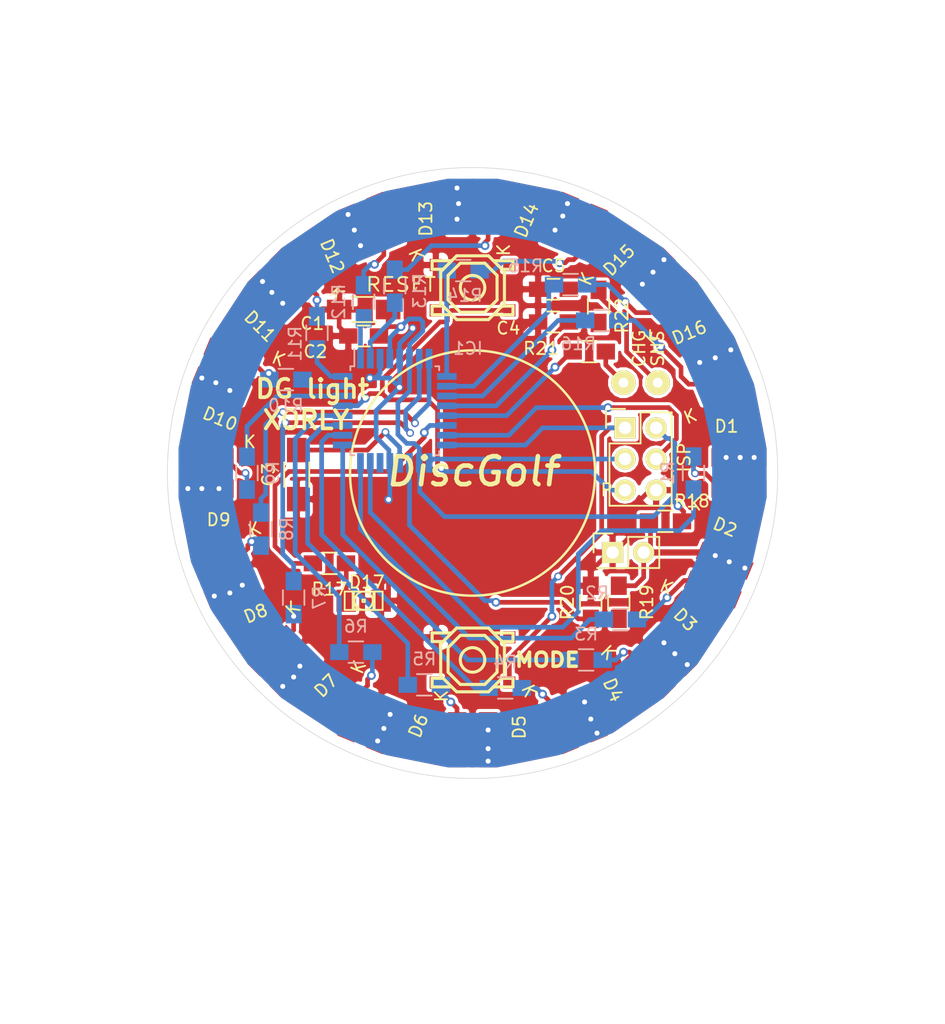
<source format=kicad_pcb>
(kicad_pcb (version 4) (host pcbnew "(2015-06-11 BZR 5731)-product")
  (layers (0 F.Cu signal) (31 B.Cu signal) (34 B.Paste user) (35 F.Paste user) (36 B.SilkS user) (37 F.SilkS user) (38 B.Mask user) (39 F.Mask user) (44 Edge.Cuts user))
  (net 0 "")
  (net 1 VCC)
  (net 2 GND)
  (net 3 "Net-(C3-Pad2)")
  (net 4 C_SNS)
  (net 5 "Net-(C5-Pad1)")
  (net 6 "Net-(D1-Pad2)")
  (net 7 +BATT)
  (net 8 "Net-(D2-Pad2)")
  (net 9 "Net-(D3-Pad2)")
  (net 10 "Net-(D4-Pad2)")
  (net 11 "Net-(D5-Pad2)")
  (net 12 "Net-(D6-Pad2)")
  (net 13 "Net-(D7-Pad2)")
  (net 14 "Net-(D8-Pad2)")
  (net 15 "Net-(D9-Pad2)")
  (net 16 "Net-(D10-Pad2)")
  (net 17 "Net-(D11-Pad2)")
  (net 18 "Net-(D12-Pad2)")
  (net 19 "Net-(D13-Pad2)")
  (net 20 "Net-(D14-Pad2)")
  (net 21 "Net-(D15-Pad2)")
  (net 22 "Net-(D16-Pad2)")
  (net 23 "Net-(D17-Pad1)")
  (net 24 "Net-(IC1-Pad1)")
  (net 25 "Net-(IC1-Pad2)")
  (net 26 "Net-(IC1-Pad7)")
  (net 27 "Net-(IC1-Pad8)")
  (net 28 "Net-(IC1-Pad9)")
  (net 29 "Net-(IC1-Pad10)")
  (net 30 "Net-(IC1-Pad11)")
  (net 31 "Net-(IC1-Pad13)")
  (net 32 "Net-(IC1-Pad14)")
  (net 33 "Net-(IC1-Pad15)")
  (net 34 "Net-(IC1-Pad16)")
  (net 35 "Net-(IC1-Pad17)")
  (net 36 V_SNS)
  (net 37 "Net-(IC1-Pad23)")
  (net 38 "Net-(IC1-Pad24)")
  (net 39 "Net-(IC1-Pad25)")
  (net 40 "Net-(IC1-Pad26)")
  (net 41 "Net-(IC1-Pad27)")
  (net 42 "Net-(IC1-Pad28)")
  (net 43 RST)
  (net 44 "Net-(IC1-Pad30)")
  (net 45 "Net-(IC1-Pad31)")
  (net 46 "Net-(IC1-Pad32)")
  (net 47 "Net-(P3-Pad1)")
  (module Capacitors_SMD:C_1206_HandSoldering (layer F.Cu) (at 103.6 68.675 180)
    (fp_text reference C1 (at 4.191 -1.143 180) (layer F.SilkS))
    (fp_text value C)
    (pad 1 smd rect (at -2 0 180) (size 2 1.6) (layers F.Cu F.Paste F.Mask) (net 1 VCC))
    (pad 2 smd rect (at 2 0 180) (size 2 1.6) (layers F.Cu F.Paste F.Mask) (net 2 GND))
  )
  (module Capacitors_SMD:C_0805_HandSoldering (layer F.Cu) (at 103.6 70.834 180)
    (fp_text reference C2 (at 3.937 -1.27 180) (layer F.SilkS))
    (fp_text value C)
    (pad 1 smd rect (at -1.25 0 180) (size 1.5 1.25) (layers F.Cu F.Paste F.Mask) (net 1 VCC))
    (pad 2 smd rect (at 1.25 0 180) (size 1.5 1.25) (layers F.Cu F.Paste F.Mask) (net 2 GND))
  )
  (module Capacitors_SMD:C_0805_HandSoldering (layer F.Cu) (at 119.094 69.691 180)
    (fp_text reference C4 (at 3.683 -0.508 180) (layer F.SilkS))
    (fp_text value C)
    (pad 1 smd rect (at -1.25 0 180) (size 1.5 1.25) (layers F.Cu F.Paste F.Mask) (net 4 C_SNS))
    (pad 2 smd rect (at 1.25 0 180) (size 1.5 1.25) (layers F.Cu F.Paste F.Mask) (net 2 GND))
  )
  (module Capacitors_SMD:C_0805_HandSoldering (layer F.Cu) (at 119.094 67.024 180)
    (fp_text reference C5 (at 0 1.905 180) (layer F.SilkS))
    (fp_text value C)
    (pad 1 smd rect (at -1.25 0 180) (size 1.5 1.25) (layers F.Cu F.Paste F.Mask) (net 5 "Net-(C5-Pad1)"))
    (pad 2 smd rect (at 1.25 0 180) (size 1.5 1.25) (layers F.Cu F.Paste F.Mask) (net 2 GND))
  )
  (module Housings_QFP:TQFP-32_7x7mm_Pitch0.8mm (layer B.Cu) (at 106.14 76.93 270)
    (fp_text reference IC1 (at -5.08 -5.969 540) (layer B.SilkS) (effects (justify mirror)))
    (fp_text value ATMEGA8-AI)
    (pad 1 smd rect (at -4.25 2.8 270) (size 1.6 0.55) (layers B.Cu B.Paste B.Mask) (net 24 "Net-(IC1-Pad1)"))
    (pad 2 smd rect (at -4.25 2 270) (size 1.6 0.55) (layers B.Cu B.Paste B.Mask) (net 25 "Net-(IC1-Pad2)"))
    (pad 3 smd rect (at -4.25 1.2 270) (size 1.6 0.55) (layers B.Cu B.Paste B.Mask) (net 2 GND))
    (pad 4 smd rect (at -4.25 0.4 270) (size 1.6 0.55) (layers B.Cu B.Paste B.Mask) (net 1 VCC))
    (pad 5 smd rect (at -4.25 -0.4 270) (size 1.6 0.55) (layers B.Cu B.Paste B.Mask) (net 2 GND))
    (pad 6 smd rect (at -4.25 -1.2 270) (size 1.6 0.55) (layers B.Cu B.Paste B.Mask) (net 1 VCC))
    (pad 7 smd rect (at -4.25 -2 270) (size 1.6 0.55) (layers B.Cu B.Paste B.Mask) (net 26 "Net-(IC1-Pad7)"))
    (pad 8 smd rect (at -4.25 -2.8 270) (size 1.6 0.55) (layers B.Cu B.Paste B.Mask) (net 27 "Net-(IC1-Pad8)"))
    (pad 9 smd rect (at -2.8 -4.25 180) (size 1.6 0.55) (layers B.Cu B.Paste B.Mask) (net 28 "Net-(IC1-Pad9)"))
    (pad 10 smd rect (at -2 -4.25 180) (size 1.6 0.55) (layers B.Cu B.Paste B.Mask) (net 29 "Net-(IC1-Pad10)"))
    (pad 11 smd rect (at -1.2 -4.25 180) (size 1.6 0.55) (layers B.Cu B.Paste B.Mask) (net 30 "Net-(IC1-Pad11)"))
    (pad 12 smd rect (at -0.4 -4.25 180) (size 1.6 0.55) (layers B.Cu B.Paste B.Mask) (net 4 C_SNS))
    (pad 13 smd rect (at 0.4 -4.25 180) (size 1.6 0.55) (layers B.Cu B.Paste B.Mask) (net 31 "Net-(IC1-Pad13)"))
    (pad 14 smd rect (at 1.2 -4.25 180) (size 1.6 0.55) (layers B.Cu B.Paste B.Mask) (net 32 "Net-(IC1-Pad14)"))
    (pad 15 smd rect (at 2 -4.25 180) (size 1.6 0.55) (layers B.Cu B.Paste B.Mask) (net 33 "Net-(IC1-Pad15)"))
    (pad 16 smd rect (at 2.8 -4.25 180) (size 1.6 0.55) (layers B.Cu B.Paste B.Mask) (net 34 "Net-(IC1-Pad16)"))
    (pad 17 smd rect (at 4.25 -2.8 270) (size 1.6 0.55) (layers B.Cu B.Paste B.Mask) (net 35 "Net-(IC1-Pad17)"))
    (pad 18 smd rect (at 4.25 -2 270) (size 1.6 0.55) (layers B.Cu B.Paste B.Mask) (net 1 VCC))
    (pad 19 smd rect (at 4.25 -1.2 270) (size 1.6 0.55) (layers B.Cu B.Paste B.Mask) (net 36 V_SNS))
    (pad 20 smd rect (at 4.25 -0.4 270) (size 1.6 0.55) (layers B.Cu B.Paste B.Mask) (net 3 "Net-(C3-Pad2)"))
    (pad 21 smd rect (at 4.25 0.4 270) (size 1.6 0.55) (layers B.Cu B.Paste B.Mask) (net 2 GND))
    (pad 22 smd rect (at 4.25 1.2 270) (size 1.6 0.55) (layers B.Cu B.Paste B.Mask))
    (pad 23 smd rect (at 4.25 2 270) (size 1.6 0.55) (layers B.Cu B.Paste B.Mask) (net 37 "Net-(IC1-Pad23)"))
    (pad 24 smd rect (at 4.25 2.8 270) (size 1.6 0.55) (layers B.Cu B.Paste B.Mask) (net 38 "Net-(IC1-Pad24)"))
    (pad 25 smd rect (at 2.8 4.25 180) (size 1.6 0.55) (layers B.Cu B.Paste B.Mask) (net 39 "Net-(IC1-Pad25)"))
    (pad 26 smd rect (at 2 4.25 180) (size 1.6 0.55) (layers B.Cu B.Paste B.Mask) (net 40 "Net-(IC1-Pad26)"))
    (pad 27 smd rect (at 1.2 4.25 180) (size 1.6 0.55) (layers B.Cu B.Paste B.Mask) (net 41 "Net-(IC1-Pad27)"))
    (pad 28 smd rect (at 0.4 4.25 180) (size 1.6 0.55) (layers B.Cu B.Paste B.Mask) (net 42 "Net-(IC1-Pad28)"))
    (pad 29 smd rect (at -0.4 4.25 180) (size 1.6 0.55) (layers B.Cu B.Paste B.Mask) (net 43 RST))
    (pad 30 smd rect (at -1.2 4.25 180) (size 1.6 0.55) (layers B.Cu B.Paste B.Mask) (net 44 "Net-(IC1-Pad30)"))
    (pad 31 smd rect (at -2 4.25 180) (size 1.6 0.55) (layers B.Cu B.Paste B.Mask) (net 45 "Net-(IC1-Pad31)"))
    (pad 32 smd rect (at -2.8 4.25 180) (size 1.6 0.55) (layers B.Cu B.Paste B.Mask) (net 46 "Net-(IC1-Pad32)"))
  )
  (module Pin_Headers:Pin_Header_Straight_2x01 (layer F.Cu) (at 123.92 88.487)
    (fp_text reference P1 (at 0 -5.1) (layer F.SilkS))
    (fp_text value PWR)
    (pad 1 thru_hole rect (at 0 0) (size 1.7272 1.7272) (drill 1.016) (layers *.Cu *.Mask F.SilkS) (net 2 GND))
    (pad 2 thru_hole oval (at 2.54 0) (size 1.7272 1.7272) (drill 1.016) (layers *.Cu *.Mask F.SilkS) (net 7 +BATT))
  )
  (module Pin_Headers:Pin_Header_Straight_2x03 (layer F.Cu) (at 124.936 78.327)
    (fp_text reference ISP (at 4.826 2.413 90) (layer F.SilkS))
    (fp_text value ISP)
    (pad 1 thru_hole rect (at 0 0) (size 1.7272 1.7272) (drill 1.016) (layers *.Cu *.Mask F.SilkS) (net 34 "Net-(IC1-Pad16)"))
    (pad 2 thru_hole oval (at 2.54 0) (size 1.7272 1.7272) (drill 1.016) (layers *.Cu *.Mask F.SilkS) (net 1 VCC))
    (pad 3 thru_hole oval (at 0 2.54) (size 1.7272 1.7272) (drill 1.016) (layers *.Cu *.Mask F.SilkS) (net 35 "Net-(IC1-Pad17)"))
    (pad 4 thru_hole oval (at 2.54 2.54) (size 1.7272 1.7272) (drill 1.016) (layers *.Cu *.Mask F.SilkS) (net 33 "Net-(IC1-Pad15)"))
    (pad 5 thru_hole oval (at 0 5.08) (size 1.7272 1.7272) (drill 1.016) (layers *.Cu *.Mask F.SilkS) (net 43 RST))
    (pad 6 thru_hole oval (at 2.54 5.08) (size 1.7272 1.7272) (drill 1.016) (layers *.Cu *.Mask F.SilkS) (net 2 GND))
  )
  (module Wire_Pads:SolderWirePad_single_0-8mmDrill (layer F.Cu) (at 124.809 74.644)
    (fp_text reference CHG (at 1.27 -2.794 90) (layer F.SilkS))
    (fp_text value C_CHARGE)
    (pad 1 thru_hole circle (at 0 0) (size 1.99898 1.99898) (drill 0.8001) (layers *.Cu *.Mask F.SilkS) (net 47 "Net-(P3-Pad1)"))
  )
  (module Wire_Pads:SolderWirePad_single_0-8mmDrill (layer F.Cu) (at 127.603 74.644)
    (fp_text reference SNS (at 0 -2.794 90) (layer F.SilkS))
    (fp_text value C_SNS)
    (pad 1 thru_hole circle (at 0 0) (size 1.99898 1.99898) (drill 0.8001) (layers *.Cu *.Mask F.SilkS) (net 5 "Net-(C5-Pad1)"))
  )
  (module Resistors_SMD:R_0805_HandSoldering (layer B.Cu) (at 130.524 82.01 270)
    (fp_text reference R1 (at 0 2.1 270) (layer B.SilkS) (effects (justify mirror)))
    (fp_text value R)
    (pad 1 smd rect (at -1.35 0 270) (size 1.5 1.3) (layers B.Cu B.Paste B.Mask) (net 6 "Net-(D1-Pad2)"))
    (pad 2 smd rect (at 1.35 0 270) (size 1.5 1.3) (layers B.Cu B.Paste B.Mask) (net 37 "Net-(IC1-Pad23)"))
  )
  (module Resistors_SMD:R_0805_HandSoldering (layer B.Cu) (at 124.555 93.948 180)
    (fp_text reference R2 (at 1.905 2.159 180) (layer B.SilkS) (effects (justify mirror)))
    (fp_text value R)
    (pad 1 smd rect (at -1.35 0 180) (size 1.5 1.3) (layers B.Cu B.Paste B.Mask) (net 8 "Net-(D2-Pad2)"))
    (pad 2 smd rect (at 1.35 0 180) (size 1.5 1.3) (layers B.Cu B.Paste B.Mask) (net 38 "Net-(IC1-Pad24)"))
  )
  (module Resistors_SMD:R_0805_HandSoldering (layer B.Cu) (at 121.761 97.25 180)
    (fp_text reference R3 (at 0 2.1 180) (layer B.SilkS) (effects (justify mirror)))
    (fp_text value R)
    (pad 1 smd rect (at -1.35 0 180) (size 1.5 1.3) (layers B.Cu B.Paste B.Mask) (net 9 "Net-(D3-Pad2)"))
    (pad 2 smd rect (at 1.35 0 180) (size 1.5 1.3) (layers B.Cu B.Paste B.Mask) (net 39 "Net-(IC1-Pad25)"))
  )
  (module Resistors_SMD:R_0805_HandSoldering (layer B.Cu) (at 115.157 99.536 180)
    (fp_text reference R4 (at 0 2.1 180) (layer B.SilkS) (effects (justify mirror)))
    (fp_text value R)
    (pad 1 smd rect (at -1.35 0 180) (size 1.5 1.3) (layers B.Cu B.Paste B.Mask) (net 10 "Net-(D4-Pad2)"))
    (pad 2 smd rect (at 1.35 0 180) (size 1.5 1.3) (layers B.Cu B.Paste B.Mask) (net 40 "Net-(IC1-Pad26)"))
  )
  (module Resistors_SMD:R_0805_HandSoldering (layer B.Cu) (at 108.553 99.282 180)
    (fp_text reference R5 (at 0 2.1 180) (layer B.SilkS) (effects (justify mirror)))
    (fp_text value R)
    (pad 1 smd rect (at -1.35 0 180) (size 1.5 1.3) (layers B.Cu B.Paste B.Mask) (net 11 "Net-(D5-Pad2)"))
    (pad 2 smd rect (at 1.35 0 180) (size 1.5 1.3) (layers B.Cu B.Paste B.Mask) (net 41 "Net-(IC1-Pad27)"))
  )
  (module Resistors_SMD:R_0805_HandSoldering (layer B.Cu) (at 102.965 96.615 180)
    (fp_text reference R6 (at 0 2.1 180) (layer B.SilkS) (effects (justify mirror)))
    (fp_text value R)
    (pad 1 smd rect (at -1.35 0 180) (size 1.5 1.3) (layers B.Cu B.Paste B.Mask) (net 12 "Net-(D6-Pad2)"))
    (pad 2 smd rect (at 1.35 0 180) (size 1.5 1.3) (layers B.Cu B.Paste B.Mask) (net 42 "Net-(IC1-Pad28)"))
  )
  (module Resistors_SMD:R_0805_HandSoldering (layer B.Cu) (at 97.885 92.17 90)
    (fp_text reference R7 (at 0 2.1 90) (layer B.SilkS) (effects (justify mirror)))
    (fp_text value R)
    (pad 1 smd rect (at -1.35 0 90) (size 1.5 1.3) (layers B.Cu B.Paste B.Mask) (net 13 "Net-(D7-Pad2)"))
    (pad 2 smd rect (at 1.35 0 90) (size 1.5 1.3) (layers B.Cu B.Paste B.Mask) (net 26 "Net-(IC1-Pad7)"))
  )
  (module Resistors_SMD:R_0805_HandSoldering (layer B.Cu) (at 95.218 86.582 90)
    (fp_text reference R8 (at 0 2.1 90) (layer B.SilkS) (effects (justify mirror)))
    (fp_text value R)
    (pad 1 smd rect (at -1.35 0 90) (size 1.5 1.3) (layers B.Cu B.Paste B.Mask) (net 14 "Net-(D8-Pad2)"))
    (pad 2 smd rect (at 1.35 0 90) (size 1.5 1.3) (layers B.Cu B.Paste B.Mask) (net 27 "Net-(IC1-Pad8)"))
  )
  (module Resistors_SMD:R_0805_HandSoldering (layer B.Cu) (at 94.075 82.01 90)
    (fp_text reference R9 (at 0 2.1 90) (layer B.SilkS) (effects (justify mirror)))
    (fp_text value R)
    (pad 1 smd rect (at -1.35 0 90) (size 1.5 1.3) (layers B.Cu B.Paste B.Mask) (net 15 "Net-(D9-Pad2)"))
    (pad 2 smd rect (at 1.35 0 90) (size 1.5 1.3) (layers B.Cu B.Paste B.Mask) (net 44 "Net-(IC1-Pad30)"))
  )
  (module Resistors_SMD:R_0805_HandSoldering (layer B.Cu) (at 97.25 74.39)
    (fp_text reference R10 (at 0 2.1) (layer B.SilkS) (effects (justify mirror)))
    (fp_text value R)
    (pad 1 smd rect (at -1.35 0) (size 1.5 1.3) (layers B.Cu B.Paste B.Mask) (net 16 "Net-(D10-Pad2)"))
    (pad 2 smd rect (at 1.35 0) (size 1.5 1.3) (layers B.Cu B.Paste B.Mask) (net 45 "Net-(IC1-Pad31)"))
  )
  (module Resistors_SMD:R_0805_HandSoldering (layer B.Cu) (at 99.79 70.58 270)
    (fp_text reference R11 (at 0.889 1.778 270) (layer B.SilkS) (effects (justify mirror)))
    (fp_text value R)
    (pad 1 smd rect (at -1.35 0 270) (size 1.5 1.3) (layers B.Cu B.Paste B.Mask) (net 17 "Net-(D11-Pad2)"))
    (pad 2 smd rect (at 1.35 0 270) (size 1.5 1.3) (layers B.Cu B.Paste B.Mask) (net 46 "Net-(IC1-Pad32)"))
  )
  (module Resistors_SMD:R_0805_HandSoldering (layer B.Cu) (at 103.6 68.04 270)
    (fp_text reference R12 (at 0 2.032 270) (layer B.SilkS) (effects (justify mirror)))
    (fp_text value R)
    (pad 1 smd rect (at -1.35 0 270) (size 1.5 1.3) (layers B.Cu B.Paste B.Mask) (net 18 "Net-(D12-Pad2)"))
    (pad 2 smd rect (at 1.35 0 270) (size 1.5 1.3) (layers B.Cu B.Paste B.Mask) (net 24 "Net-(IC1-Pad1)"))
  )
  (module Resistors_SMD:R_0805_HandSoldering (layer B.Cu) (at 106.14 66.77 270)
    (fp_text reference R13 (at 0.381 -2.032 270) (layer B.SilkS) (effects (justify mirror)))
    (fp_text value R)
    (pad 1 smd rect (at -1.35 0 270) (size 1.5 1.3) (layers B.Cu B.Paste B.Mask) (net 19 "Net-(D13-Pad2)"))
    (pad 2 smd rect (at 1.35 0 270) (size 1.5 1.3) (layers B.Cu B.Paste B.Mask) (net 25 "Net-(IC1-Pad2)"))
  )
  (module Resistors_SMD:R_0805_HandSoldering (layer B.Cu) (at 111.728 65.5 180)
    (fp_text reference R14 (at -0.127 -2.032 180) (layer B.SilkS) (effects (justify mirror)))
    (fp_text value R)
    (pad 1 smd rect (at -1.35 0 180) (size 1.5 1.3) (layers B.Cu B.Paste B.Mask) (net 20 "Net-(D14-Pad2)"))
    (pad 2 smd rect (at 1.35 0 180) (size 1.5 1.3) (layers B.Cu B.Paste B.Mask) (net 28 "Net-(IC1-Pad9)"))
  )
  (module Resistors_SMD:R_0805_HandSoldering (layer B.Cu) (at 120.491 66.643 180)
    (fp_text reference R15 (at 3.683 1.524 180) (layer B.SilkS) (effects (justify mirror)))
    (fp_text value R)
    (pad 1 smd rect (at -1.35 0 180) (size 1.5 1.3) (layers B.Cu B.Paste B.Mask) (net 21 "Net-(D15-Pad2)"))
    (pad 2 smd rect (at 1.35 0 180) (size 1.5 1.3) (layers B.Cu B.Paste B.Mask) (net 29 "Net-(IC1-Pad10)"))
  )
  (module Resistors_SMD:R_0805_HandSoldering (layer B.Cu) (at 123.031 69.564 180)
    (fp_text reference R16 (at 1.905 -1.905 180) (layer B.SilkS) (effects (justify mirror)))
    (fp_text value R)
    (pad 1 smd rect (at -1.35 0 180) (size 1.5 1.3) (layers B.Cu B.Paste B.Mask) (net 22 "Net-(D16-Pad2)"))
    (pad 2 smd rect (at 1.35 0 180) (size 1.5 1.3) (layers B.Cu B.Paste B.Mask) (net 30 "Net-(IC1-Pad11)"))
  )
  (module Resistors_SMD:R_0805_HandSoldering (layer F.Cu) (at 100.806 89.376 180)
    (fp_text reference R17 (at 0 -2.1 180) (layer F.SilkS))
    (fp_text value R)
    (pad 1 smd rect (at -1.35 0 180) (size 1.5 1.3) (layers F.Cu F.Paste F.Mask) (net 23 "Net-(D17-Pad1)"))
    (pad 2 smd rect (at 1.35 0 180) (size 1.5 1.3) (layers F.Cu F.Paste F.Mask) (net 32 "Net-(IC1-Pad14)"))
  )
  (module Resistors_SMD:R_0805_HandSoldering (layer F.Cu) (at 124.428 92.551 90)
    (fp_text reference R19 (at 0 2.286 90) (layer F.SilkS))
    (fp_text value R_SNS_HIGH)
    (pad 1 smd rect (at -1.35 0 90) (size 1.5 1.3) (layers F.Cu F.Paste F.Mask) (net 36 V_SNS))
    (pad 2 smd rect (at 1.35 0 90) (size 1.5 1.3) (layers F.Cu F.Paste F.Mask) (net 7 +BATT))
  )
  (module Resistors_SMD:R_0805_HandSoldering (layer F.Cu) (at 122.142 92.551 270)
    (fp_text reference R20 (at 0 1.905 270) (layer F.SilkS))
    (fp_text value R_SNS_LOW)
    (pad 1 smd rect (at -1.35 0 270) (size 1.5 1.3) (layers F.Cu F.Paste F.Mask) (net 2 GND))
    (pad 2 smd rect (at 1.35 0 270) (size 1.5 1.3) (layers F.Cu F.Paste F.Mask) (net 36 V_SNS))
  )
  (module Resistors_SMD:R_0805_HandSoldering (layer F.Cu) (at 122.015 72.104 180)
    (fp_text reference R21 (at 3.937 0.254 180) (layer F.SilkS))
    (fp_text value R)
    (pad 1 smd rect (at -1.35 0 180) (size 1.5 1.3) (layers F.Cu F.Paste F.Mask) (net 47 "Net-(P3-Pad1)"))
    (pad 2 smd rect (at 1.35 0 180) (size 1.5 1.3) (layers F.Cu F.Paste F.Mask) (net 31 "Net-(IC1-Pad13)"))
  )
  (module Resistors_SMD:R_0805_HandSoldering (layer F.Cu) (at 122.777 68.421 270)
    (fp_text reference R22 (at 0.762 -1.905 270) (layer F.SilkS))
    (fp_text value R)
    (pad 1 smd rect (at -1.35 0 270) (size 1.5 1.3) (layers F.Cu F.Paste F.Mask) (net 5 "Net-(C5-Pad1)"))
    (pad 2 smd rect (at 1.35 0 270) (size 1.5 1.3) (layers F.Cu F.Paste F.Mask) (net 4 C_SNS))
  )
  (module w_switch:smd_push2 (layer F.Cu) (at 112.49 97.25)
    (fp_text reference SW1 hide)
    (fp_text value MODE (at 6.096 0) (layer F.SilkS) (effects (font (size 1.143 1.27) (thickness 0.28575))))
    (pad 1 smd rect (at -2.99974 -1.84912) (size 1.00076 1.00076) (layers F.Cu F.Paste F.Mask) (net 2 GND))
    (pad 2 smd rect (at 2.99974 1.84912) (size 1.00076 1.00076) (layers F.Cu F.Paste F.Mask) (net 34 "Net-(IC1-Pad16)"))
    (pad 3 smd rect (at -2.99974 1.84912) (size 1.00076 1.00076) (layers F.Cu F.Paste F.Mask))
    (pad 4 smd rect (at 2.99974 -1.84912) (size 1.00076 1.00076) (layers F.Cu F.Paste F.Mask))
  )
  (module w_switch:smd_push2 (layer F.Cu) (at 112.49 66.897)
    (fp_text reference SW2 hide)
    (fp_text value RESET (at -5.842 -0.254) (layer F.SilkS) (effects (font (size 1.143 1.27) (thickness 0.1524))))
    (pad 1 smd rect (at -2.99974 -1.84912) (size 1.00076 1.00076) (layers F.Cu F.Paste F.Mask) (net 2 GND))
    (pad 2 smd rect (at 2.99974 1.84912) (size 1.00076 1.00076) (layers F.Cu F.Paste F.Mask) (net 43 RST))
    (pad 3 smd rect (at -2.99974 1.84912) (size 1.00076 1.00076) (layers F.Cu F.Paste F.Mask))
    (pad 4 smd rect (at 2.99974 -1.84912) (size 1.00076 1.00076) (layers F.Cu F.Paste F.Mask))
  )
  (module LEDs:LED-1206 (layer F.Cu) (at 103.6 92.424)
    (fp_text reference D17 (at 0.254 -1.524) (layer F.SilkS))
    (fp_text value LED)
    (pad 2 smd rect (at 1.41986 0 180) (size 1.59766 1.80086) (layers F.Cu F.Paste F.Mask) (net 2 GND))
    (pad 1 smd rect (at -1.41986 0 180) (size 1.59766 1.80086) (layers F.Cu F.Paste F.Mask) (net 23 "Net-(D17-Pad1)"))
  )
  (module Capacitors_SMD:C_1206_HandSoldering (layer F.Cu) (at 98.139 82.137 90)
    (fp_text reference C3 (at 0 -2.3 90) (layer F.SilkS))
    (fp_text value C)
    (pad 1 smd rect (at -2 0 90) (size 2 1.6) (layers F.Cu F.Paste F.Mask) (net 2 GND))
    (pad 2 smd rect (at 2 0 90) (size 2 1.6) (layers F.Cu F.Paste F.Mask) (net 3 "Net-(C3-Pad2)"))
  )
  (module Resistors_SMD:R_0805_HandSoldering (layer F.Cu) (at 128.238 85.947 180)
    (fp_text reference R18 (at -2.159 1.651 180) (layer F.SilkS))
    (fp_text value R)
    (pad 1 smd rect (at -1.35 0 180) (size 1.5 1.3) (layers F.Cu F.Paste F.Mask) (net 1 VCC))
    (pad 2 smd rect (at 1.35 0 180) (size 1.5 1.3) (layers F.Cu F.Paste F.Mask) (net 7 +BATT))
  )
  (module lib:LED-5MM-SMD (layer F.Cu) (at 132.815349 73.590965 22.5)
    (fp_text reference D16 (at -1.27 -3.81 22.5) (layer F.SilkS))
    (fp_text value LED)
    (fp_text user K (at -3.81 2.54 22.5) (layer F.SilkS))
    (pad 2 smd rect (at -0.25 1.27 22.5) (size 4.5 1.5) (layers F.Cu F.Paste F.Mask) (net 22 "Net-(D16-Pad2)"))
    (pad 1 smd rect (at -0.25 -1.27 22.5) (size 4.5 1.5) (layers F.Cu F.Paste F.Mask) (net 7 +BATT))
  )
  (module lib:LED-5MM-SMD (layer F.Cu) (at 128.046349 66.453651 45)
    (fp_text reference D15 (at -1.27 -3.81 45) (layer F.SilkS))
    (fp_text value LED)
    (fp_text user K (at -3.81 2.54 45) (layer F.SilkS))
    (pad 2 smd rect (at -0.25 1.27 45) (size 4.5 1.5) (layers F.Cu F.Paste F.Mask) (net 21 "Net-(D15-Pad2)"))
    (pad 1 smd rect (at -0.25 -1.27 45) (size 4.5 1.5) (layers F.Cu F.Paste F.Mask) (net 7 +BATT))
  )
  (module lib:LED-5MM-SMD (layer F.Cu) (at 120.909035 61.684651 67.5)
    (fp_text reference D14 (at -1.27 -3.81 67.5) (layer F.SilkS))
    (fp_text value LED)
    (fp_text user K (at -3.81 2.54 67.5) (layer F.SilkS))
    (pad 2 smd rect (at -0.25 1.27 67.5) (size 4.5 1.5) (layers F.Cu F.Paste F.Mask) (net 20 "Net-(D14-Pad2)"))
    (pad 1 smd rect (at -0.25 -1.27 67.5) (size 4.5 1.5) (layers F.Cu F.Paste F.Mask) (net 7 +BATT))
  )
  (module lib:LED-5MM-SMD (layer F.Cu) (at 112.49 60.01 90)
    (fp_text reference D13 (at -1.27 -3.81 90) (layer F.SilkS))
    (fp_text value LED)
    (fp_text user K (at -3.81 2.54 90) (layer F.SilkS))
    (pad 2 smd rect (at -0.25 1.27 90) (size 4.5 1.5) (layers F.Cu F.Paste F.Mask) (net 19 "Net-(D13-Pad2)"))
    (pad 1 smd rect (at -0.25 -1.27 90) (size 4.5 1.5) (layers F.Cu F.Paste F.Mask) (net 7 +BATT))
  )
  (module lib:LED-5MM-SMD (layer F.Cu) (at 104.070965 61.684651 112.5)
    (fp_text reference D12 (at -1.27 -3.81 112.5) (layer F.SilkS))
    (fp_text value LED)
    (fp_text user K (at -3.81 2.54 112.5) (layer F.SilkS))
    (pad 2 smd rect (at -0.25 1.27 112.5) (size 4.5 1.5) (layers F.Cu F.Paste F.Mask) (net 18 "Net-(D12-Pad2)"))
    (pad 1 smd rect (at -0.25 -1.27 112.5) (size 4.5 1.5) (layers F.Cu F.Paste F.Mask) (net 7 +BATT))
  )
  (module lib:LED-5MM-SMD (layer F.Cu) (at 96.933651 66.453651 135)
    (fp_text reference D11 (at -1.27 -3.81 135) (layer F.SilkS))
    (fp_text value LED)
    (fp_text user K (at -3.81 2.54 135) (layer F.SilkS))
    (pad 2 smd rect (at -0.25 1.27 135) (size 4.5 1.5) (layers F.Cu F.Paste F.Mask) (net 17 "Net-(D11-Pad2)"))
    (pad 1 smd rect (at -0.25 -1.27 135) (size 4.5 1.5) (layers F.Cu F.Paste F.Mask) (net 7 +BATT))
  )
  (module lib:LED-5MM-SMD (layer F.Cu) (at 92.164651 73.590965 157.5)
    (fp_text reference D10 (at -1.27 -3.81 157.5) (layer F.SilkS))
    (fp_text value LED)
    (fp_text user K (at -3.81 2.54 157.5) (layer F.SilkS))
    (pad 2 smd rect (at -0.25 1.27 157.5) (size 4.5 1.5) (layers F.Cu F.Paste F.Mask) (net 16 "Net-(D10-Pad2)"))
    (pad 1 smd rect (at -0.25 -1.27 157.5) (size 4.5 1.5) (layers F.Cu F.Paste F.Mask) (net 7 +BATT))
  )
  (module lib:LED-5MM-SMD (layer F.Cu) (at 90.49 82.01 180)
    (fp_text reference D9 (at -1.27 -3.81 180) (layer F.SilkS))
    (fp_text value LED)
    (fp_text user K (at -3.81 2.54 180) (layer F.SilkS))
    (pad 2 smd rect (at -0.25 1.27 180) (size 4.5 1.5) (layers F.Cu F.Paste F.Mask) (net 15 "Net-(D9-Pad2)"))
    (pad 1 smd rect (at -0.25 -1.27 180) (size 4.5 1.5) (layers F.Cu F.Paste F.Mask) (net 7 +BATT))
  )
  (module lib:LED-5MM-SMD (layer F.Cu) (at 92.164651 90.429035 202.5)
    (fp_text reference D8 (at -1.27 -3.81 202.5) (layer F.SilkS))
    (fp_text value LED)
    (fp_text user K (at -3.81 2.54 202.5) (layer F.SilkS))
    (pad 2 smd rect (at -0.25 1.27 202.5) (size 4.5 1.5) (layers F.Cu F.Paste F.Mask) (net 14 "Net-(D8-Pad2)"))
    (pad 1 smd rect (at -0.25 -1.27 202.5) (size 4.5 1.5) (layers F.Cu F.Paste F.Mask) (net 7 +BATT))
  )
  (module lib:LED-5MM-SMD (layer F.Cu) (at 96.933651 97.566349 225)
    (fp_text reference D7 (at -1.27 -3.81 225) (layer F.SilkS))
    (fp_text value LED)
    (fp_text user K (at -3.81 2.54 225) (layer F.SilkS))
    (pad 2 smd rect (at -0.25 1.27 225) (size 4.5 1.5) (layers F.Cu F.Paste F.Mask) (net 13 "Net-(D7-Pad2)"))
    (pad 1 smd rect (at -0.25 -1.27 225) (size 4.5 1.5) (layers F.Cu F.Paste F.Mask) (net 7 +BATT))
  )
  (module lib:LED-5MM-SMD (layer F.Cu) (at 104.070965 102.335349 247.5)
    (fp_text reference D6 (at -1.27 -3.81 247.5) (layer F.SilkS))
    (fp_text value LED)
    (fp_text user K (at -3.81 2.54 247.5) (layer F.SilkS))
    (pad 2 smd rect (at -0.25 1.27 247.5) (size 4.5 1.5) (layers F.Cu F.Paste F.Mask) (net 12 "Net-(D6-Pad2)"))
    (pad 1 smd rect (at -0.25 -1.27 247.5) (size 4.5 1.5) (layers F.Cu F.Paste F.Mask) (net 7 +BATT))
  )
  (module lib:LED-5MM-SMD (layer F.Cu) (at 112.49 104.01 270)
    (fp_text reference D5 (at -1.27 -3.81 270) (layer F.SilkS))
    (fp_text value LED)
    (fp_text user K (at -3.81 2.54 270) (layer F.SilkS))
    (pad 2 smd rect (at -0.25 1.27 270) (size 4.5 1.5) (layers F.Cu F.Paste F.Mask) (net 11 "Net-(D5-Pad2)"))
    (pad 1 smd rect (at -0.25 -1.27 270) (size 4.5 1.5) (layers F.Cu F.Paste F.Mask) (net 7 +BATT))
  )
  (module lib:LED-5MM-SMD (layer F.Cu) (at 120.909035 102.335349 292.5)
    (fp_text reference D4 (at -1.27 -3.81 292.5) (layer F.SilkS))
    (fp_text value LED)
    (fp_text user K (at -3.81 2.54 292.5) (layer F.SilkS))
    (pad 2 smd rect (at -0.25 1.27 292.5) (size 4.5 1.5) (layers F.Cu F.Paste F.Mask) (net 10 "Net-(D4-Pad2)"))
    (pad 1 smd rect (at -0.25 -1.27 292.5) (size 4.5 1.5) (layers F.Cu F.Paste F.Mask) (net 7 +BATT))
  )
  (module lib:LED-5MM-SMD (layer F.Cu) (at 128.046349 97.566349 315)
    (fp_text reference D3 (at -1.27 -3.81 315) (layer F.SilkS))
    (fp_text value LED)
    (fp_text user K (at -3.81 2.54 315) (layer F.SilkS))
    (pad 2 smd rect (at -0.25 1.27 315) (size 4.5 1.5) (layers F.Cu F.Paste F.Mask) (net 9 "Net-(D3-Pad2)"))
    (pad 1 smd rect (at -0.25 -1.27 315) (size 4.5 1.5) (layers F.Cu F.Paste F.Mask) (net 7 +BATT))
  )
  (module lib:LED-5MM-SMD (layer F.Cu) (at 132.815349 90.429035 337.5)
    (fp_text reference D2 (at -1.27 -3.81 337.5) (layer F.SilkS))
    (fp_text value LED)
    (fp_text user K (at -3.81 2.54 337.5) (layer F.SilkS))
    (pad 2 smd rect (at -0.25 1.27 337.5) (size 4.5 1.5) (layers F.Cu F.Paste F.Mask) (net 8 "Net-(D2-Pad2)"))
    (pad 1 smd rect (at -0.25 -1.27 337.5) (size 4.5 1.5) (layers F.Cu F.Paste F.Mask) (net 7 +BATT))
  )
  (module lib:LED-5MM-SMD (layer F.Cu) (at 134.49 82.01)
    (fp_text reference D1 (at -1.27 -3.81) (layer F.SilkS))
    (fp_text value LED)
    (fp_text user K (at -3.81 2.54) (layer F.SilkS))
    (pad 2 smd rect (at -0.25 1.27) (size 4.5 1.5) (layers F.Cu F.Paste F.Mask) (net 6 "Net-(D1-Pad2)"))
    (pad 1 smd rect (at -0.25 -1.27) (size 4.5 1.5) (layers F.Cu F.Paste F.Mask) (net 7 +BATT))
  )
  (gr_text DiscGolf (at 112.49 81.883) (layer F.SilkS) (effects (font (size 2.286 2.286) (thickness 0.375) italic)))
  (gr_text XORLY (at 98.901 77.692) (layer F.SilkS) (effects (font (size 1.5 1.5) (thickness 0.3))))
  (gr_text "DG light" (at 99.409 75.152) (layer F.SilkS) (effects (font (size 1.5 1.5) (thickness 0.3))))
  (gr_circle (center 112.49 82.01) (end 122.49 82.01) (layer F.SilkS) (width 0.2))
  (gr_circle (center 112.49 82.01) (end 137.4 82.01) (layer Edge.Cuts) (width 0.0508))
  (segment (start 108.14 79.999) (end 107.738 79.597) (width 0.381) (layer B.Cu) (net 1))
  (segment (start 108.14 81.18) (end 108.14 79.999) (width 0.381) (layer B.Cu) (net 1))
  (segment (start 107.121503 79.597) (end 106.39401 78.869507) (width 0.381) (layer B.Cu) (net 1))
  (segment (start 106.39401 78.869507) (end 106.39401 76.279762) (width 0.381) (layer B.Cu) (net 1))
  (segment (start 107.738 79.597) (end 107.121503 79.597) (width 0.381) (layer B.Cu) (net 1))
  (segment (start 107.34 75.333772) (end 107.34 73.861) (width 0.381) (layer B.Cu) (net 1))
  (segment (start 106.39401 76.279762) (end 107.34 75.333772) (width 0.381) (layer B.Cu) (net 1))
  (segment (start 107.34 73.861) (end 107.34 72.68) (width 0.381) (layer B.Cu) (net 1))
  (segment (start 108.172 81.212) (end 108.14 81.18) (width 0.381) (layer B.Cu) (net 1))
  (segment (start 108.172 83.534) (end 108.172 81.212) (width 0.381) (layer B.Cu) (net 1))
  (segment (start 110.204 85.566) (end 108.172 83.534) (width 0.381) (layer B.Cu) (net 1))
  (segment (start 128.619 84.19999) (end 127.25299 85.566) (width 0.381) (layer B.Cu) (net 1))
  (segment (start 129 83.81899) (end 128.619 84.19999) (width 0.381) (layer B.Cu) (net 1))
  (segment (start 127.25299 85.566) (end 110.204 85.566) (width 0.381) (layer B.Cu) (net 1))
  (segment (start 128.593599 79.190599) (end 129 79.597) (width 0.381) (layer B.Cu) (net 1))
  (segment (start 128.339599 79.190599) (end 128.593599 79.190599) (width 0.381) (layer B.Cu) (net 1))
  (segment (start 129 79.597) (end 129 83.81899) (width 0.381) (layer B.Cu) (net 1))
  (segment (start 127.476 78.327) (end 128.339599 79.190599) (width 0.381) (layer B.Cu) (net 1))
  (segment (start 105.6 70.084) (end 104.85 70.834) (width 0.381) (layer F.Cu) (net 1))
  (segment (start 105.6 70.072) (end 105.6 70.084) (width 0.381) (layer F.Cu) (net 1))
  (segment (start 105.6 68.675) (end 105.6 70.072) (width 0.381) (layer F.Cu) (net 1))
  (segment (start 107.282993 69.436999) (end 106.965499 69.754493) (width 0.381) (layer B.Cu) (net 1))
  (segment (start 106.330501 70.389491) (end 106.648 70.071992) (width 0.381) (layer B.Cu) (net 1))
  (via (at 106.648 70.071992) (size 0.7112) (layers F.Cu B.Cu) (net 1))
  (segment (start 105.600008 70.071992) (end 106.198988 70.071992) (width 0.381) (layer F.Cu) (net 1))
  (segment (start 105.6 70.072) (end 105.600008 70.071992) (width 0.381) (layer F.Cu) (net 1))
  (segment (start 108.426001 69.691001) (end 108.171999 69.436999) (width 0.381) (layer B.Cu) (net 1))
  (segment (start 106.198988 70.071992) (end 106.648 70.071992) (width 0.381) (layer F.Cu) (net 1))
  (segment (start 105.74 70.979992) (end 106.330501 70.389491) (width 0.381) (layer B.Cu) (net 1))
  (segment (start 107.34 72.68) (end 107.34 71.539) (width 0.381) (layer B.Cu) (net 1))
  (segment (start 107.34 71.539) (end 108.426001 70.452999) (width 0.381) (layer B.Cu) (net 1))
  (segment (start 105.74 72.68) (end 105.74 70.979992) (width 0.381) (layer B.Cu) (net 1))
  (segment (start 108.171999 69.436999) (end 107.282993 69.436999) (width 0.381) (layer B.Cu) (net 1))
  (segment (start 108.426001 70.452999) (end 108.426001 69.691001) (width 0.381) (layer B.Cu) (net 1))
  (segment (start 106.965499 69.754493) (end 106.648 70.071992) (width 0.381) (layer B.Cu) (net 1))
  (via (at 129.254 84.677) (size 0.7112) (layers F.Cu B.Cu) (net 1))
  (segment (start 129.571499 84.994499) (end 129.254 84.677) (width 0.381) (layer F.Cu) (net 1))
  (segment (start 129.715 85.138) (end 129.571499 84.994499) (width 0.381) (layer F.Cu) (net 1))
  (segment (start 129.715 85.82) (end 129.715 85.138) (width 0.381) (layer F.Cu) (net 1))
  (segment (start 128.619 84.19999) (end 128.77699 84.19999) (width 0.381) (layer B.Cu) (net 1))
  (segment (start 128.77699 84.19999) (end 128.936501 84.359501) (width 0.381) (layer B.Cu) (net 1))
  (segment (start 128.936501 84.359501) (end 129.254 84.677) (width 0.381) (layer B.Cu) (net 1))
  (segment (start 123.92 88.487) (end 124.047 88.487) (width 0.381) (layer F.Cu) (net 2))
  (segment (start 125.444 84.931) (end 126.968 83.407) (width 0.381) (layer F.Cu) (net 2))
  (segment (start 124.047 88.487) (end 125.444 87.09) (width 0.381) (layer F.Cu) (net 2))
  (segment (start 125.444 87.09) (end 125.444 84.931) (width 0.381) (layer F.Cu) (net 2))
  (segment (start 126.968 83.407) (end 127.476 83.407) (width 0.381) (layer F.Cu) (net 2))
  (segment (start 105.74 81.18) (end 105.659501 81.099501) (width 0.381) (layer B.Cu) (net 2))
  (segment (start 105.659501 81.099501) (end 105.659501 80.132501) (width 0.381) (layer B.Cu) (net 2))
  (segment (start 105.659501 80.132501) (end 104.616 79.089) (width 0.381) (layer B.Cu) (net 2))
  (segment (start 104.616 79.089) (end 104.616 76.93001) (width 0.381) (layer B.Cu) (net 2))
  (segment (start 104.616 76.93001) (end 106.203511 75.342499) (width 0.381) (layer B.Cu) (net 2))
  (segment (start 106.203511 75.342499) (end 106.52101 75.025) (width 0.381) (layer B.Cu) (net 2))
  (segment (start 117.844 67.024) (end 117.844 69.691) (width 0.381) (layer F.Cu) (net 2))
  (segment (start 122.142 90.011) (end 122.142 91.201) (width 0.381) (layer F.Cu) (net 2))
  (segment (start 123.666 88.487) (end 122.142 90.011) (width 0.381) (layer F.Cu) (net 2))
  (segment (start 123.92 88.487) (end 123.666 88.487) (width 0.381) (layer F.Cu) (net 2))
  (segment (start 123.92 88.36) (end 123.92 88.487) (width 0.381) (layer B.Cu) (net 2))
  (segment (start 122.142 91.201) (end 108.633 91.201) (width 0.381) (layer F.Cu) (net 2))
  (segment (start 107.41 92.424) (end 105.01986 92.424) (width 0.381) (layer F.Cu) (net 2))
  (segment (start 108.633 91.201) (end 107.41 92.424) (width 0.381) (layer F.Cu) (net 2))
  (segment (start 101.6 70.084) (end 102.35 70.834) (width 0.381) (layer F.Cu) (net 2))
  (segment (start 101.6 68.675) (end 101.6 70.084) (width 0.381) (layer F.Cu) (net 2))
  (via (at 106.52101 75.025) (size 0.635) (layers F.Cu B.Cu) (net 2))
  (segment (start 106.54 72.68) (end 106.54 75.00601) (width 0.381) (layer B.Cu) (net 2))
  (segment (start 106.54 75.00601) (end 106.52101 75.025) (width 0.381) (layer B.Cu) (net 2))
  (via (at 104.108001 74.262999) (size 0.7112) (layers F.Cu B.Cu) (net 2))
  (segment (start 104.94 73.861) (end 104.538 74.263) (width 0.381) (layer B.Cu) (net 2))
  (segment (start 103.790502 73.9455) (end 104.108001 74.262999) (width 0.381) (layer F.Cu) (net 2))
  (segment (start 104.94 72.68) (end 104.94 73.861) (width 0.381) (layer B.Cu) (net 2))
  (segment (start 105.75901 74.263) (end 104.430012 74.263) (width 0.381) (layer B.Cu) (net 2))
  (segment (start 104.538 74.263) (end 104.430012 74.263) (width 0.381) (layer B.Cu) (net 2))
  (segment (start 106.52101 75.025) (end 105.75901 74.263) (width 0.381) (layer B.Cu) (net 2))
  (segment (start 104.430012 74.263) (end 104.430011 74.262999) (width 0.381) (layer B.Cu) (net 2))
  (segment (start 104.430011 74.262999) (end 104.108001 74.262999) (width 0.381) (layer B.Cu) (net 2))
  (segment (start 102.35 70.834) (end 102.35 72.504998) (width 0.381) (layer F.Cu) (net 2))
  (segment (start 102.35 72.504998) (end 103.790502 73.9455) (width 0.381) (layer F.Cu) (net 2))
  (segment (start 111.537501 75.342499) (end 106.838509 75.342499) (width 0.381) (layer F.Cu) (net 2))
  (segment (start 117.189 69.691) (end 111.537501 75.342499) (width 0.381) (layer F.Cu) (net 2))
  (segment (start 106.838509 75.342499) (end 106.52101 75.025) (width 0.381) (layer F.Cu) (net 2))
  (segment (start 117.844 69.691) (end 117.189 69.691) (width 0.381) (layer F.Cu) (net 2))
  (segment (start 105.6 84.137) (end 105.632 84.169) (width 0.381) (layer F.Cu) (net 2))
  (segment (start 105.74 81.18) (end 105.74 84.061) (width 0.381) (layer B.Cu) (net 2))
  (via (at 105.632 84.169) (size 0.7112) (layers F.Cu B.Cu) (net 2))
  (segment (start 98.139 84.137) (end 105.6 84.137) (width 0.381) (layer F.Cu) (net 2))
  (segment (start 105.74 84.061) (end 105.632 84.169) (width 0.381) (layer B.Cu) (net 2))
  (segment (start 105.632 84.804) (end 105.632 84.169) (width 0.381) (layer F.Cu) (net 2))
  (segment (start 105.632 91.81186) (end 105.632 84.804) (width 0.381) (layer F.Cu) (net 2))
  (segment (start 105.01986 92.424) (end 105.632 91.81186) (width 0.381) (layer F.Cu) (net 2))
  (segment (start 107.537 92.424) (end 105.01986 92.424) (width 0.381) (layer F.Cu) (net 2))
  (segment (start 109.49026 94.37726) (end 107.537 92.424) (width 0.381) (layer F.Cu) (net 2))
  (segment (start 109.49026 95.40088) (end 109.49026 94.37726) (width 0.381) (layer F.Cu) (net 2))
  (segment (start 107.602337 67.817183) (end 107.602337 69.750007) (width 0.381) (layer F.Cu) (net 2))
  (via (at 107.602337 70.199019) (size 0.635) (layers F.Cu B.Cu) (net 2))
  (segment (start 107.602337 69.750007) (end 107.602337 70.199019) (width 0.381) (layer F.Cu) (net 2))
  (segment (start 109.49026 65.92926) (end 107.602337 67.817183) (width 0.381) (layer F.Cu) (net 2))
  (segment (start 109.49026 65.04788) (end 109.49026 65.92926) (width 0.381) (layer F.Cu) (net 2))
  (segment (start 106.54 72.68) (end 106.54 71.434762) (width 0.381) (layer B.Cu) (net 2))
  (segment (start 107.602337 70.372425) (end 107.602337 70.199019) (width 0.381) (layer B.Cu) (net 2))
  (segment (start 106.54 71.434762) (end 107.602337 70.372425) (width 0.381) (layer B.Cu) (net 2))
  (segment (start 98.139 80.137) (end 103.911786 80.137) (width 0.381) (layer F.Cu) (net 3))
  (segment (start 105.37801 78.668142) (end 103.911786 80.134366) (width 0.381) (layer F.Cu) (net 3))
  (segment (start 103.911786 80.134366) (end 103.911786 80.137) (width 0.381) (layer F.Cu) (net 3))
  (segment (start 106.54 81.18) (end 106.54 79.913535) (width 0.381) (layer B.Cu) (net 3))
  (segment (start 106.54 79.913535) (end 105.37801 78.751545) (width 0.381) (layer B.Cu) (net 3))
  (segment (start 105.37801 78.751545) (end 105.37801 78.668142) (width 0.381) (layer B.Cu) (net 3))
  (via (at 105.37801 78.668142) (size 0.635) (layers F.Cu B.Cu) (net 3))
  (segment (start 118.649501 72.294499) (end 118.967 71.977) (width 0.381) (layer B.Cu) (net 4))
  (segment (start 110.39 76.53) (end 114.414 76.53) (width 0.381) (layer B.Cu) (net 4))
  (segment (start 118.967 70.943) (end 118.967 71.527988) (width 0.381) (layer F.Cu) (net 4))
  (segment (start 120.219 69.691) (end 118.967 70.943) (width 0.381) (layer F.Cu) (net 4))
  (segment (start 120.344 69.691) (end 120.219 69.691) (width 0.381) (layer F.Cu) (net 4))
  (segment (start 118.967 71.527988) (end 118.967 71.977) (width 0.381) (layer F.Cu) (net 4))
  (segment (start 114.414 76.53) (end 118.649501 72.294499) (width 0.381) (layer B.Cu) (net 4))
  (via (at 118.967 71.977) (size 0.7112) (layers F.Cu B.Cu) (net 4))
  (segment (start 122.777 69.771) (end 120.424 69.771) (width 0.381) (layer F.Cu) (net 4))
  (segment (start 120.424 69.771) (end 120.344 69.691) (width 0.381) (layer F.Cu) (net 4))
  (segment (start 120.424 69.771) (end 120.344 69.691) (width 0.381) (layer F.Cu) (net 4))
  (segment (start 120.344 69.691) (end 120.237 69.691) (width 0.381) (layer F.Cu) (net 4))
  (segment (start 120.391 67.071) (end 120.344 67.024) (width 0.381) (layer F.Cu) (net 5))
  (segment (start 122.777 67.071) (end 120.391 67.071) (width 0.381) (layer F.Cu) (net 5))
  (segment (start 125.063 69.818) (end 125.063 72.104) (width 0.381) (layer F.Cu) (net 5))
  (segment (start 125.063 72.104) (end 127.603 74.644) (width 0.381) (layer F.Cu) (net 5))
  (segment (start 122.777 67.532) (end 125.063 69.818) (width 0.381) (layer F.Cu) (net 5))
  (segment (start 122.777 67.071) (end 122.777 67.532) (width 0.381) (layer F.Cu) (net 5))
  (via (at 130.651 82.038482) (size 0.635) (layers F.Cu B.Cu) (net 6))
  (segment (start 130.524 80.66) (end 130.524 81.883) (width 0.381) (layer B.Cu) (net 6))
  (segment (start 130.651 82.01) (end 130.651 82.038482) (width 0.381) (layer B.Cu) (net 6))
  (segment (start 130.524 81.883) (end 130.651 82.01) (width 0.381) (layer B.Cu) (net 6))
  (segment (start 131.498482 82.038482) (end 130.651 82.038482) (width 0.381) (layer F.Cu) (net 6))
  (segment (start 134.49 83.28) (end 132.74 83.28) (width 0.381) (layer F.Cu) (net 6))
  (segment (start 132.74 83.28) (end 131.498482 82.038482) (width 0.381) (layer F.Cu) (net 6))
  (segment (start 132.532649 88.487) (end 133.301357 89.255708) (width 0.508) (layer F.Cu) (net 7))
  (segment (start 126.46 88.487) (end 132.532649 88.487) (width 0.508) (layer F.Cu) (net 7))
  (via (at 134.334 80.74) (size 0.7112) (layers F.Cu B.Cu) (net 7))
  (segment (start 126.46 90.519) (end 125.778 91.201) (width 0.381) (layer F.Cu) (net 7))
  (segment (start 125.778 91.201) (end 124.428 91.201) (width 0.381) (layer F.Cu) (net 7))
  (segment (start 126.46 88.487) (end 126.46 90.519) (width 0.381) (layer F.Cu) (net 7))
  (segment (start 127.015 87.932) (end 126.46 88.487) (width 0.381) (layer F.Cu) (net 7))
  (segment (start 127.015 85.82) (end 127.015 87.932) (width 0.381) (layer F.Cu) (net 7))
  (via (at 133.191 80.74) (size 0.7112) (layers F.Cu B.Cu) (net 7))
  (segment (start 133.191 80.74) (end 134.334 80.74) (width 0.381) (layer F.Cu) (net 7))
  (via (at 134.334 80.74) (size 0.7112) (layers F.Cu B.Cu) (net 7))
  (segment (start 134.49 80.74) (end 134.334 80.74) (width 0.381) (layer F.Cu) (net 7))
  (via (at 135.477 80.74) (size 0.7112) (layers F.Cu B.Cu) (net 7))
  (segment (start 134.334 80.74) (end 135.477 80.74) (width 0.381) (layer B.Cu) (net 7))
  (via (at 134.715 89.757) (size 0.7112) (layers F.Cu B.Cu) (net 7))
  (via (at 132.302 88.741) (size 0.7112) (layers F.Cu B.Cu) (net 7))
  (segment (start 133.318 89.757) (end 132.302 88.741) (width 0.381) (layer B.Cu) (net 7))
  (segment (start 134.715 89.757) (end 133.318 89.757) (width 0.381) (layer B.Cu) (net 7))
  (via (at 130.016 97.631) (size 0.7112) (layers F.Cu B.Cu) (net 7))
  (via (at 128.111 95.853) (size 0.7112) (layers F.Cu B.Cu) (net 7))
  (segment (start 129.889 97.631) (end 128.111 95.853) (width 0.381) (layer B.Cu) (net 7))
  (segment (start 130.016 97.631) (end 129.889 97.631) (width 0.381) (layer B.Cu) (net 7))
  (via (at 122.65 103.219) (size 0.7112) (layers F.Cu B.Cu) (net 7))
  (via (at 121.634 100.679) (size 0.7112) (layers F.Cu B.Cu) (net 7))
  (segment (start 122.65 101.695) (end 121.634 100.679) (width 0.381) (layer B.Cu) (net 7))
  (segment (start 122.65 103.219) (end 122.65 101.695) (width 0.381) (layer B.Cu) (net 7))
  (via (at 126.352516 66.61064) (size 0.7112) (layers F.Cu B.Cu) (net 7))
  (segment (start 126.257876 66.516) (end 126.352516 66.61064) (width 0.381) (layer F.Cu) (net 7))
  (segment (start 126.206 66.516) (end 126.257876 66.516) (width 0.381) (layer F.Cu) (net 7))
  (via (at 128.111 64.611) (size 0.7112) (layers F.Cu B.Cu) (net 7))
  (segment (start 128.111 64.738) (end 128.111 64.611) (width 0.381) (layer B.Cu) (net 7))
  (via (at 131.032 72.993) (size 0.7112) (layers F.Cu B.Cu) (net 7))
  (segment (start 130.905 72.993) (end 131.032 72.993) (width 0.381) (layer F.Cu) (net 7))
  (via (at 133.571137 71.965633) (size 0.7112) (layers F.Cu B.Cu) (net 7))
  (segment (start 133.43277 72.104) (end 133.571137 71.965633) (width 0.381) (layer B.Cu) (net 7))
  (segment (start 133.318 72.104) (end 133.43277 72.104) (width 0.381) (layer B.Cu) (net 7))
  (via (at 133.445002 89.249) (size 0.7112) (layers F.Cu B.Cu) (net 7))
  (segment (start 134.334 80.74) (end 133.445002 81.628998) (width 0.381) (layer B.Cu) (net 7))
  (segment (start 133.445002 81.628998) (end 133.445002 88.799988) (width 0.381) (layer B.Cu) (net 7))
  (segment (start 133.445002 88.799988) (end 133.445002 89.249) (width 0.381) (layer B.Cu) (net 7))
  (segment (start 133.308065 89.249) (end 133.445002 89.249) (width 0.254) (layer F.Cu) (net 7))
  (segment (start 134.715 89.757) (end 134.207 89.249) (width 0.381) (layer F.Cu) (net 7))
  (segment (start 134.207 89.249) (end 133.894014 89.249) (width 0.381) (layer F.Cu) (net 7))
  (segment (start 133.894014 89.249) (end 133.445002 89.249) (width 0.381) (layer F.Cu) (net 7))
  (segment (start 133.301357 89.255708) (end 133.308065 89.249) (width 0.254) (layer F.Cu) (net 7))
  (via (at 129 96.742) (size 0.7112) (layers F.Cu B.Cu) (net 7))
  (segment (start 129 96.723948) (end 129 96.742) (width 0.254) (layer F.Cu) (net 7))
  (segment (start 130.016 97.631) (end 129.127 96.742) (width 0.381) (layer F.Cu) (net 7))
  (segment (start 133.445002 89.249) (end 133.445002 92.296998) (width 0.381) (layer B.Cu) (net 7))
  (segment (start 129.127 96.742) (end 129 96.742) (width 0.381) (layer F.Cu) (net 7))
  (segment (start 128.944375 96.668323) (end 129 96.723948) (width 0.254) (layer F.Cu) (net 7))
  (segment (start 133.445002 92.296998) (end 129.317499 96.424501) (width 0.381) (layer B.Cu) (net 7))
  (segment (start 129.317499 96.424501) (end 129 96.742) (width 0.381) (layer B.Cu) (net 7))
  (via (at 122.142 102.076) (size 0.7112) (layers F.Cu B.Cu) (net 7))
  (segment (start 122.459499 102.393499) (end 122.142 102.076) (width 0.381) (layer F.Cu) (net 7))
  (segment (start 122.142 101.908979) (end 122.142 102.076) (width 0.254) (layer F.Cu) (net 7))
  (segment (start 122.65 102.584) (end 122.459499 102.393499) (width 0.381) (layer F.Cu) (net 7))
  (segment (start 121.888 102.203) (end 122.015 102.076) (width 0.254) (layer B.Cu) (net 7))
  (segment (start 122.015 102.076) (end 122.142 102.076) (width 0.254) (layer B.Cu) (net 7))
  (segment (start 122.65 103.219) (end 122.65 102.584) (width 0.381) (layer F.Cu) (net 7))
  (segment (start 122.082362 101.849341) (end 122.142 101.908979) (width 0.254) (layer F.Cu) (net 7))
  (segment (start 129 96.742) (end 127.476 96.742) (width 0.381) (layer B.Cu) (net 7))
  (segment (start 127.476 96.742) (end 122.459499 101.758501) (width 0.381) (layer B.Cu) (net 7))
  (segment (start 122.459499 101.758501) (end 122.142 102.076) (width 0.381) (layer B.Cu) (net 7))
  (via (at 113.76 104.489002) (size 0.7112) (layers F.Cu B.Cu) (net 7))
  (segment (start 116.046002 102.203) (end 114.077499 104.171503) (width 0.381) (layer B.Cu) (net 7))
  (segment (start 113.76 104.01) (end 113.76 104.489002) (width 0.254) (layer F.Cu) (net 7))
  (segment (start 121.888 102.203) (end 116.046002 102.203) (width 0.381) (layer B.Cu) (net 7))
  (segment (start 114.077499 104.171503) (end 113.76 104.489002) (width 0.381) (layer B.Cu) (net 7))
  (via (at 113.76 102.965) (size 0.7112) (layers F.Cu B.Cu) (net 7))
  (segment (start 113.76 104.489002) (end 113.76 102.965) (width 0.381) (layer B.Cu) (net 7))
  (via (at 113.76 105.505) (size 0.7112) (layers F.Cu B.Cu) (net 7))
  (segment (start 113.76 104.489002) (end 113.76 105.505) (width 0.381) (layer B.Cu) (net 7))
  (via (at 105.251 102.838004) (size 0.7112) (layers F.Cu B.Cu) (net 7))
  (segment (start 113.76 104.489002) (end 112.109002 102.838004) (width 0.381) (layer B.Cu) (net 7))
  (segment (start 112.109002 102.838004) (end 105.700012 102.838004) (width 0.381) (layer B.Cu) (net 7))
  (segment (start 105.700012 102.838004) (end 105.251 102.838004) (width 0.381) (layer B.Cu) (net 7))
  (via (at 105.759 101.695) (size 0.7112) (layers F.Cu B.Cu) (net 7))
  (segment (start 105.251004 102.202996) (end 105.759 101.695) (width 0.381) (layer F.Cu) (net 7))
  (segment (start 105.251004 102.965) (end 105.251004 102.202996) (width 0.381) (layer F.Cu) (net 7))
  (via (at 104.743 103.854) (size 0.7112) (layers F.Cu B.Cu) (net 7))
  (segment (start 105.251 103.346) (end 104.743 103.854) (width 0.381) (layer B.Cu) (net 7))
  (segment (start 105.251 102.838004) (end 105.251 103.346) (width 0.381) (layer B.Cu) (net 7))
  (via (at 97.885 98.647) (size 0.7112) (layers F.Cu B.Cu) (net 7))
  (segment (start 97.831677 98.464375) (end 97.885 98.517698) (width 0.381) (layer F.Cu) (net 7))
  (segment (start 97.885 98.517698) (end 97.885 98.647) (width 0.381) (layer F.Cu) (net 7))
  (segment (start 105.251 102.838004) (end 102.076004 102.838004) (width 0.381) (layer B.Cu) (net 7))
  (segment (start 102.076004 102.838004) (end 98.202499 98.964499) (width 0.381) (layer B.Cu) (net 7))
  (segment (start 98.202499 98.964499) (end 97.885 98.647) (width 0.381) (layer B.Cu) (net 7))
  (via (at 98.393 97.758) (size 0.7112) (layers F.Cu B.Cu) (net 7))
  (segment (start 97.885 98.266) (end 98.393 97.758) (width 0.381) (layer F.Cu) (net 7))
  (segment (start 97.885 98.647) (end 97.885 98.266) (width 0.381) (layer F.Cu) (net 7))
  (via (at 96.996 99.409) (size 0.7112) (layers F.Cu B.Cu) (net 7))
  (segment (start 97.758 98.647) (end 96.996 99.409) (width 0.381) (layer B.Cu) (net 7))
  (segment (start 97.885 98.647) (end 97.758 98.647) (width 0.381) (layer B.Cu) (net 7))
  (via (at 92.678 91.789) (size 0.7112) (layers F.Cu B.Cu) (net 7))
  (segment (start 92.678 91.629703) (end 92.678 91.789) (width 0.381) (layer F.Cu) (net 7))
  (segment (start 92.650659 91.602362) (end 92.678 91.629703) (width 0.381) (layer F.Cu) (net 7))
  (segment (start 97.885 98.647) (end 97.885 96.996) (width 0.381) (layer B.Cu) (net 7))
  (segment (start 97.885 96.996) (end 92.995499 92.106499) (width 0.381) (layer B.Cu) (net 7))
  (segment (start 92.995499 92.106499) (end 92.678 91.789) (width 0.381) (layer B.Cu) (net 7))
  (via (at 93.694 91.154) (size 0.7112) (layers F.Cu B.Cu) (net 7))
  (segment (start 93.059 91.789) (end 93.694 91.154) (width 0.381) (layer F.Cu) (net 7))
  (segment (start 92.678 91.789) (end 93.059 91.789) (width 0.381) (layer F.Cu) (net 7))
  (via (at 91.408 92.043) (size 0.7112) (layers F.Cu B.Cu) (net 7))
  (segment (start 91.662 91.789) (end 91.408 92.043) (width 0.381) (layer B.Cu) (net 7))
  (segment (start 92.678 91.789) (end 91.662 91.789) (width 0.381) (layer B.Cu) (net 7))
  (via (at 89.249 83.28) (size 0.7112) (layers F.Cu B.Cu) (net 7))
  (via (at 91.789 83.28) (size 0.7112) (layers F.Cu B.Cu) (net 7))
  (segment (start 90.49 83.28) (end 90.646 83.436) (width 0.381) (layer F.Cu) (net 7))
  (segment (start 91.789 83.28) (end 90.9 83.28) (width 0.381) (layer B.Cu) (net 7))
  (segment (start 90.9 83.28) (end 90.899996 83.280004) (width 0.381) (layer B.Cu) (net 7))
  (segment (start 89.249 83.28) (end 90.265 83.28) (width 0.381) (layer F.Cu) (net 7))
  (segment (start 90.646 83.661) (end 90.646 83.719988) (width 0.381) (layer F.Cu) (net 7))
  (segment (start 90.646 83.436) (end 90.646 83.719988) (width 0.381) (layer F.Cu) (net 7))
  (segment (start 90.899996 83.280004) (end 90.841012 83.280004) (width 0.381) (layer B.Cu) (net 7))
  (via (at 90.392 83.280004) (size 0.7112) (layers F.Cu B.Cu) (net 7))
  (segment (start 90.646 83.719988) (end 90.709499 83.656489) (width 0.381) (layer F.Cu) (net 7))
  (segment (start 90.392 83.729016) (end 90.392 83.280004) (width 0.381) (layer B.Cu) (net 7))
  (segment (start 90.709499 83.656489) (end 90.709499 83.597503) (width 0.381) (layer F.Cu) (net 7))
  (segment (start 90.265 83.28) (end 90.646 83.661) (width 0.381) (layer F.Cu) (net 7))
  (segment (start 90.709499 83.597503) (end 90.392 83.280004) (width 0.381) (layer F.Cu) (net 7))
  (segment (start 90.841012 83.280004) (end 90.392 83.280004) (width 0.381) (layer B.Cu) (net 7))
  (segment (start 92.678 91.789) (end 90.392 89.503) (width 0.381) (layer B.Cu) (net 7))
  (segment (start 90.392 89.503) (end 90.392 83.729016) (width 0.381) (layer B.Cu) (net 7))
  (via (at 91.535 74.644) (size 0.7112) (layers F.Cu B.Cu) (net 7))
  (segment (start 90.9 83.28) (end 91.535 82.645) (width 0.381) (layer B.Cu) (net 7))
  (segment (start 91.535 82.645) (end 91.535 75.093012) (width 0.381) (layer B.Cu) (net 7))
  (segment (start 91.535 75.093012) (end 91.535 74.644) (width 0.381) (layer B.Cu) (net 7))
  (segment (start 91.678643 74.764292) (end 91.558351 74.644) (width 0.381) (layer F.Cu) (net 7))
  (segment (start 91.558351 74.644) (end 91.535 74.644) (width 0.381) (layer F.Cu) (net 7))
  (segment (start 92.043 74.644) (end 92.678 75.279) (width 0.381) (layer F.Cu) (net 7))
  (via (at 92.678 75.279) (size 0.7112) (layers F.Cu B.Cu) (net 7))
  (segment (start 91.535 74.644) (end 92.043 74.644) (width 0.381) (layer F.Cu) (net 7))
  (via (at 90.392 74.263) (size 0.7112) (layers F.Cu B.Cu) (net 7))
  (segment (start 90.773 74.644) (end 90.392 74.263) (width 0.381) (layer B.Cu) (net 7))
  (segment (start 91.535 74.644) (end 90.773 74.644) (width 0.381) (layer B.Cu) (net 7))
  (via (at 96.996 68.167) (size 0.7112) (layers F.Cu B.Cu) (net 7))
  (via (at 103.346 63.468) (size 0.7112) (layers F.Cu B.Cu) (net 7))
  (segment (start 102.897638 63.019638) (end 103.346 63.468) (width 0.381) (layer F.Cu) (net 7))
  (segment (start 102.897638 62.170659) (end 102.897638 63.019638) (width 0.381) (layer F.Cu) (net 7))
  (via (at 102.33 60.928) (size 0.7112) (layers F.Cu B.Cu) (net 7))
  (via (at 111.22 61.309) (size 0.7112) (layers F.Cu B.Cu) (net 7))
  (via (at 111.22 58.769) (size 0.7112) (layers F.Cu B.Cu) (net 7))
  (via (at 111.346994 60.039) (size 0.7112) (layers F.Cu B.Cu) (net 7))
  (segment (start 111.22 59.912006) (end 111.346994 60.039) (width 0.381) (layer B.Cu) (net 7))
  (segment (start 111.317994 60.01) (end 111.346994 60.039) (width 0.381) (layer F.Cu) (net 7))
  (segment (start 111.22 60.01) (end 111.317994 60.01) (width 0.381) (layer F.Cu) (net 7))
  (segment (start 111.22 58.769) (end 111.22 59.912006) (width 0.381) (layer B.Cu) (net 7))
  (segment (start 111.22 61.309) (end 111.22 60.165994) (width 0.381) (layer F.Cu) (net 7))
  (segment (start 111.22 60.165994) (end 111.346994 60.039) (width 0.381) (layer F.Cu) (net 7))
  (via (at 96.107001 67.278) (size 0.7112) (layers F.Cu B.Cu) (net 7))
  (segment (start 96.035625 67.351677) (end 96.107001 67.280301) (width 0.381) (layer F.Cu) (net 7))
  (segment (start 91.535 74.644) (end 91.535 71.850001) (width 0.381) (layer B.Cu) (net 7))
  (segment (start 96.107001 67.280301) (end 96.107001 67.278) (width 0.381) (layer F.Cu) (net 7))
  (segment (start 96.996 68.167) (end 96.4245 67.595499) (width 0.381) (layer F.Cu) (net 7))
  (segment (start 96.4245 67.595499) (end 96.107001 67.278) (width 0.381) (layer F.Cu) (net 7))
  (segment (start 91.535 71.850001) (end 95.789502 67.595499) (width 0.381) (layer B.Cu) (net 7))
  (segment (start 95.789502 67.595499) (end 96.107001 67.278) (width 0.381) (layer B.Cu) (net 7))
  (via (at 95.345 66.389) (size 0.7112) (layers F.Cu B.Cu) (net 7))
  (segment (start 96.107001 67.278) (end 95.345 66.515999) (width 0.381) (layer B.Cu) (net 7))
  (segment (start 95.345 66.515999) (end 95.345 66.389) (width 0.381) (layer B.Cu) (net 7))
  (via (at 102.838 62.198004) (size 0.7112) (layers F.Cu B.Cu) (net 7))
  (segment (start 102.838 61.748992) (end 102.838 62.198004) (width 0.381) (layer B.Cu) (net 7))
  (segment (start 111.346994 60.039) (end 104.997004 60.039) (width 0.381) (layer B.Cu) (net 7))
  (segment (start 104.997004 60.039) (end 103.155499 61.880505) (width 0.381) (layer B.Cu) (net 7))
  (segment (start 103.155499 61.880505) (end 102.838 62.198004) (width 0.381) (layer B.Cu) (net 7))
  (segment (start 102.33 60.928) (end 102.838 61.436) (width 0.381) (layer B.Cu) (net 7))
  (segment (start 102.838 61.436) (end 102.838 61.748992) (width 0.381) (layer B.Cu) (net 7))
  (segment (start 102.897638 62.170659) (end 102.870293 62.198004) (width 0.381) (layer F.Cu) (net 7))
  (segment (start 102.870293 62.198004) (end 102.838 62.198004) (width 0.381) (layer F.Cu) (net 7))
  (segment (start 96.107001 67.278) (end 101.186997 62.198004) (width 0.381) (layer B.Cu) (net 7))
  (segment (start 101.186997 62.198004) (end 102.388988 62.198004) (width 0.381) (layer B.Cu) (net 7))
  (segment (start 102.388988 62.198004) (end 102.838 62.198004) (width 0.381) (layer B.Cu) (net 7))
  (via (at 119.221 62.198) (size 0.7112) (layers F.Cu B.Cu) (net 7))
  (via (at 119.856002 61.055) (size 0.7112) (layers F.Cu B.Cu) (net 7))
  (segment (start 112.362994 61.055) (end 119.40699 61.055) (width 0.381) (layer B.Cu) (net 7))
  (segment (start 111.346994 60.039) (end 112.362994 61.055) (width 0.381) (layer B.Cu) (net 7))
  (segment (start 119.40699 61.055) (end 119.856002 61.055) (width 0.381) (layer B.Cu) (net 7))
  (segment (start 119.735708 61.198643) (end 119.856002 61.078349) (width 0.381) (layer F.Cu) (net 7))
  (segment (start 119.856002 61.078349) (end 119.856002 61.055) (width 0.381) (layer F.Cu) (net 7))
  (segment (start 119.221 62.198) (end 119.221 61.690002) (width 0.381) (layer B.Cu) (net 7))
  (segment (start 119.221 61.690002) (end 119.538503 61.372499) (width 0.381) (layer B.Cu) (net 7))
  (segment (start 119.538503 61.372499) (end 119.856002 61.055) (width 0.381) (layer B.Cu) (net 7))
  (via (at 120.237 60.039) (size 0.7112) (layers F.Cu B.Cu) (net 7))
  (segment (start 119.856002 60.419998) (end 120.237 60.039) (width 0.381) (layer F.Cu) (net 7))
  (segment (start 119.856002 61.055) (end 119.856002 60.419998) (width 0.381) (layer F.Cu) (net 7))
  (via (at 132.302 72.612) (size 0.7112) (layers F.Cu B.Cu) (net 7))
  (segment (start 132.302 78.708) (end 132.302 73.061012) (width 0.381) (layer B.Cu) (net 7))
  (segment (start 132.329341 72.417638) (end 132.302 72.444979) (width 0.381) (layer F.Cu) (net 7))
  (segment (start 132.302 72.444979) (end 132.302 72.612) (width 0.381) (layer F.Cu) (net 7))
  (segment (start 134.334 80.74) (end 132.302 78.708) (width 0.381) (layer B.Cu) (net 7))
  (segment (start 132.302 73.061012) (end 132.302 72.612) (width 0.381) (layer B.Cu) (net 7))
  (via (at 127.222 65.627) (size 0.7112) (layers F.Cu B.Cu) (net 7))
  (segment (start 127.222 66.076012) (end 127.222 65.627) (width 0.381) (layer B.Cu) (net 7))
  (segment (start 132.302 72.612) (end 127.222 67.532) (width 0.381) (layer B.Cu) (net 7))
  (segment (start 127.222 67.532) (end 127.222 66.076012) (width 0.381) (layer B.Cu) (net 7))
  (segment (start 119.856002 61.055) (end 122.65 61.055) (width 0.381) (layer B.Cu) (net 7))
  (segment (start 122.65 61.055) (end 126.904501 65.309501) (width 0.381) (layer B.Cu) (net 7))
  (segment (start 126.904501 65.309501) (end 127.222 65.627) (width 0.381) (layer B.Cu) (net 7))
  (segment (start 127.148323 65.555625) (end 127.219698 65.627) (width 0.381) (layer F.Cu) (net 7))
  (segment (start 127.219698 65.627) (end 127.222 65.627) (width 0.381) (layer F.Cu) (net 7))
  (via (at 128.365 92.17) (size 0.7112) (layers F.Cu B.Cu) (net 8))
  (segment (start 126.587 93.948) (end 128.365 92.17) (width 0.381) (layer B.Cu) (net 8))
  (segment (start 125.905 93.948) (end 126.587 93.948) (width 0.381) (layer B.Cu) (net 8))
  (segment (start 128.365 92.17) (end 129.762 90.773) (width 0.381) (layer F.Cu) (net 8))
  (segment (start 131.499979 90.773) (end 132.329341 91.602362) (width 0.381) (layer F.Cu) (net 8))
  (segment (start 129.762 90.773) (end 131.499979 90.773) (width 0.381) (layer F.Cu) (net 8))
  (segment (start 124.174 97.25) (end 124.809 96.615) (width 0.381) (layer B.Cu) (net 9))
  (via (at 124.809 96.615) (size 0.7112) (layers F.Cu B.Cu) (net 9))
  (segment (start 123.111 97.25) (end 124.174 97.25) (width 0.381) (layer B.Cu) (net 9))
  (segment (start 125.298948 96.615) (end 127.148323 98.464375) (width 0.381) (layer F.Cu) (net 9))
  (segment (start 124.809 96.615) (end 125.298948 96.615) (width 0.381) (layer F.Cu) (net 9))
  (via (at 118.205 100.044) (size 0.7112) (layers F.Cu B.Cu) (net 10))
  (segment (start 119.735708 101.574708) (end 118.205 100.044) (width 0.381) (layer F.Cu) (net 10))
  (segment (start 119.735708 102.821357) (end 119.735708 101.574708) (width 0.381) (layer F.Cu) (net 10))
  (segment (start 118.205 100.044) (end 117.697 99.536) (width 0.381) (layer B.Cu) (net 10))
  (segment (start 117.697 99.536) (end 116.507 99.536) (width 0.381) (layer B.Cu) (net 10))
  (via (at 110.712 100.679) (size 0.7112) (layers F.Cu B.Cu) (net 11))
  (segment (start 111.22 101.187) (end 110.712 100.679) (width 0.381) (layer F.Cu) (net 11))
  (segment (start 111.22 104.01) (end 111.22 101.187) (width 0.381) (layer F.Cu) (net 11))
  (segment (start 109.823 99.362) (end 109.903 99.282) (width 0.381) (layer B.Cu) (net 11))
  (segment (start 109.823 99.79) (end 109.823 99.362) (width 0.381) (layer B.Cu) (net 11))
  (segment (start 110.712 100.679) (end 109.823 99.79) (width 0.381) (layer B.Cu) (net 11))
  (via (at 104.235 98.52) (size 0.7112) (layers F.Cu B.Cu) (net 12))
  (segment (start 104.315 98.44) (end 104.235 98.52) (width 0.381) (layer B.Cu) (net 12))
  (segment (start 104.315 96.615) (end 104.315 98.44) (width 0.381) (layer B.Cu) (net 12))
  (segment (start 103.917501 98.837499) (end 104.235 98.52) (width 0.381) (layer F.Cu) (net 12))
  (segment (start 103.917501 99.345499) (end 103.917501 98.837499) (width 0.381) (layer F.Cu) (net 12))
  (segment (start 102.897638 100.365362) (end 103.917501 99.345499) (width 0.381) (layer F.Cu) (net 12))
  (segment (start 102.897638 101.849341) (end 102.897638 100.365362) (width 0.381) (layer F.Cu) (net 12))
  (via (at 97.885 93.693998) (size 0.7112) (layers F.Cu B.Cu) (net 13))
  (segment (start 97.885 93.52) (end 97.885 93.693998) (width 0.381) (layer B.Cu) (net 13))
  (segment (start 96.035625 96.668323) (end 97.885 94.818948) (width 0.381) (layer F.Cu) (net 13))
  (segment (start 97.885 94.818948) (end 97.885 94.14301) (width 0.381) (layer F.Cu) (net 13))
  (segment (start 97.885 94.14301) (end 97.885 93.693998) (width 0.381) (layer F.Cu) (net 13))
  (via (at 94.456 87.598) (size 0.7112) (layers F.Cu B.Cu) (net 14))
  (segment (start 94.79 87.932) (end 94.456 87.598) (width 0.381) (layer B.Cu) (net 14))
  (segment (start 95.218 87.932) (end 94.79 87.932) (width 0.381) (layer B.Cu) (net 14))
  (segment (start 93.052294 89.255708) (end 91.678643 89.255708) (width 0.381) (layer F.Cu) (net 14))
  (segment (start 94.138501 88.169501) (end 93.052294 89.255708) (width 0.381) (layer F.Cu) (net 14))
  (segment (start 94.138501 87.915499) (end 94.138501 88.169501) (width 0.381) (layer F.Cu) (net 14))
  (segment (start 94.456 87.598) (end 94.138501 87.915499) (width 0.381) (layer F.Cu) (net 14))
  (segment (start 90.49 80.74) (end 92.24 80.74) (width 0.381) (layer F.Cu) (net 15))
  (segment (start 93.51 82.01) (end 94.075 82.01) (width 0.381) (layer F.Cu) (net 15))
  (segment (start 92.24 80.74) (end 93.51 82.01) (width 0.381) (layer F.Cu) (net 15))
  (segment (start 94.075 83.36) (end 94.075 82.01) (width 0.381) (layer B.Cu) (net 15))
  (via (at 93.947998 82.01) (size 0.635) (layers F.Cu B.Cu) (net 15))
  (segment (start 94.075 82.01) (end 93.947998 82.01) (width 0.381) (layer F.Cu) (net 15))
  (segment (start 94.075 82.01) (end 93.947998 82.01) (width 0.381) (layer B.Cu) (net 15))
  (via (at 95.853 73.882) (size 0.7112) (layers F.Cu B.Cu) (net 16))
  (segment (start 95.9 74.39) (end 95.853 74.343) (width 0.381) (layer B.Cu) (net 16))
  (segment (start 95.853 74.331012) (end 95.853 73.882) (width 0.381) (layer B.Cu) (net 16))
  (segment (start 95.853 74.343) (end 95.853 74.331012) (width 0.381) (layer B.Cu) (net 16))
  (segment (start 95.472 73.882) (end 95.853 73.882) (width 0.381) (layer F.Cu) (net 16))
  (segment (start 94.964 73.374) (end 95.472 73.882) (width 0.381) (layer F.Cu) (net 16))
  (segment (start 93.607021 73.374) (end 94.964 73.374) (width 0.381) (layer F.Cu) (net 16))
  (segment (start 92.650659 72.417638) (end 93.607021 73.374) (width 0.381) (layer F.Cu) (net 16))
  (segment (start 99.79 69.23) (end 99.79 68.04) (width 0.381) (layer B.Cu) (net 17))
  (via (at 99.789996 67.913) (size 0.7112) (layers F.Cu B.Cu) (net 17))
  (segment (start 99.79 68.04) (end 99.789996 68.039996) (width 0.381) (layer B.Cu) (net 17))
  (segment (start 99.789996 68.039996) (end 99.789996 67.913) (width 0.381) (layer B.Cu) (net 17))
  (segment (start 97.831677 65.555625) (end 99.789996 67.513944) (width 0.381) (layer F.Cu) (net 17))
  (segment (start 99.789996 67.513944) (end 99.789996 67.913) (width 0.381) (layer F.Cu) (net 17))
  (via (at 104.489 64.992) (size 0.7112) (layers F.Cu B.Cu) (net 18))
  (segment (start 104.806499 64.674501) (end 104.489 64.992) (width 0.381) (layer F.Cu) (net 18))
  (segment (start 105.244292 61.198643) (end 105.244292 64.236708) (width 0.381) (layer F.Cu) (net 18))
  (segment (start 105.244292 64.236708) (end 104.806499 64.674501) (width 0.381) (layer F.Cu) (net 18))
  (segment (start 103.6 66.69) (end 103.6 65.559) (width 0.381) (layer B.Cu) (net 18))
  (segment (start 103.6 65.559) (end 104.167 64.992) (width 0.381) (layer B.Cu) (net 18))
  (segment (start 104.167 64.992) (end 104.489 64.992) (width 0.381) (layer B.Cu) (net 18))
  (via (at 113.506 63.468) (size 0.7112) (layers F.Cu B.Cu) (net 19))
  (segment (start 113.76 60.01) (end 113.76 62.96) (width 0.381) (layer F.Cu) (net 19))
  (segment (start 113.442501 63.277499) (end 113.442501 63.404501) (width 0.381) (layer F.Cu) (net 19))
  (segment (start 113.76 62.96) (end 113.442501 63.277499) (width 0.381) (layer F.Cu) (net 19))
  (segment (start 113.442501 63.404501) (end 113.506 63.468) (width 0.381) (layer F.Cu) (net 19))
  (segment (start 107.171 65.42) (end 109.123 63.468) (width 0.381) (layer B.Cu) (net 19))
  (segment (start 106.14 65.42) (end 107.171 65.42) (width 0.381) (layer B.Cu) (net 19))
  (segment (start 109.123 63.468) (end 113.506 63.468) (width 0.381) (layer B.Cu) (net 19))
  (segment (start 120.745 64.611) (end 122.082362 63.273638) (width 0.381) (layer F.Cu) (net 20))
  (segment (start 122.082362 63.273638) (end 122.082362 62.170659) (width 0.381) (layer F.Cu) (net 20))
  (segment (start 113.078 65.5) (end 114.209 65.5) (width 0.381) (layer B.Cu) (net 20))
  (segment (start 114.209 65.5) (end 114.971 64.738) (width 0.381) (layer B.Cu) (net 20))
  (segment (start 120.305012 64.611) (end 120.745 64.611) (width 0.381) (layer F.Cu) (net 20))
  (segment (start 114.971 64.738) (end 119.475 64.738) (width 0.381) (layer B.Cu) (net 20))
  (segment (start 119.602 64.865) (end 120.051012 64.865) (width 0.381) (layer F.Cu) (net 20))
  (segment (start 120.051012 64.865) (end 120.305012 64.611) (width 0.381) (layer F.Cu) (net 20))
  (segment (start 119.475 64.738) (end 119.602 64.865) (width 0.381) (layer B.Cu) (net 20))
  (via (at 119.602 64.865) (size 0.7112) (layers F.Cu B.Cu) (net 20))
  (via (at 124.936 68.04) (size 0.7112) (layers F.Cu B.Cu) (net 21))
  (segment (start 121.841 66.643) (end 123.539 66.643) (width 0.381) (layer B.Cu) (net 21))
  (segment (start 123.539 66.643) (end 124.618501 67.722501) (width 0.381) (layer B.Cu) (net 21))
  (segment (start 124.618501 67.722501) (end 124.936 68.04) (width 0.381) (layer B.Cu) (net 21))
  (segment (start 125.825 68.929) (end 124.936 68.04) (width 0.381) (layer F.Cu) (net 21))
  (segment (start 126.968 68.929) (end 125.825 68.929) (width 0.381) (layer F.Cu) (net 21))
  (segment (start 128.545323 67.351677) (end 126.968 68.929) (width 0.381) (layer F.Cu) (net 21))
  (segment (start 128.944375 67.351677) (end 128.545323 67.351677) (width 0.381) (layer F.Cu) (net 21))
  (segment (start 133.301357 74.764292) (end 130.136292 74.764292) (width 0.381) (layer F.Cu) (net 22))
  (segment (start 130.136292 74.764292) (end 129.508 74.136) (width 0.381) (layer F.Cu) (net 22))
  (segment (start 129.508 74.136) (end 129.508 73.374) (width 0.381) (layer F.Cu) (net 22))
  (segment (start 129.508 73.374) (end 127.857 71.723) (width 0.381) (layer F.Cu) (net 22))
  (segment (start 127.501401 71.367401) (end 127.857 71.723) (width 0.381) (layer B.Cu) (net 22))
  (segment (start 125.698 69.564) (end 127.501401 71.367401) (width 0.381) (layer B.Cu) (net 22))
  (segment (start 124.381 69.564) (end 125.698 69.564) (width 0.381) (layer B.Cu) (net 22))
  (via (at 127.857 71.723) (size 0.7112) (drill 0.4064) (layers F.Cu B.Cu) (net 22))
  (segment (start 102.18014 89.40014) (end 102.156 89.376) (width 0.381) (layer F.Cu) (net 23))
  (segment (start 102.18014 92.424) (end 102.18014 89.40014) (width 0.381) (layer F.Cu) (net 23))
  (segment (start 103.34 72.68) (end 103.34 69.65) (width 0.381) (layer B.Cu) (net 24))
  (segment (start 103.34 69.65) (end 103.6 69.39) (width 0.381) (layer B.Cu) (net 24))
  (segment (start 104.14 71.31) (end 106.14 69.31) (width 0.381) (layer B.Cu) (net 25))
  (segment (start 104.14 72.68) (end 104.14 71.31) (width 0.381) (layer B.Cu) (net 25))
  (segment (start 106.14 69.31) (end 106.14 68.12) (width 0.381) (layer B.Cu) (net 25))
  (segment (start 97.210132 77.906132) (end 96.996 78.120264) (width 0.381) (layer B.Cu) (net 26))
  (segment (start 96.996 78.120264) (end 96.996 88.614) (width 0.381) (layer B.Cu) (net 26))
  (segment (start 96.996 88.614) (end 97.885 89.503) (width 0.381) (layer B.Cu) (net 26))
  (segment (start 97.885 89.503) (end 97.885 90.82) (width 0.381) (layer B.Cu) (net 26))
  (segment (start 107.02902 78.376755) (end 107.075923 78.423658) (width 0.381) (layer B.Cu) (net 26))
  (segment (start 108.14 72.68) (end 108.14 75.819) (width 0.381) (layer B.Cu) (net 26))
  (segment (start 108.14 75.819) (end 107.02902 76.92998) (width 0.381) (layer B.Cu) (net 26))
  (segment (start 107.075923 78.423658) (end 107.393422 78.741157) (width 0.381) (layer B.Cu) (net 26))
  (segment (start 107.02902 76.92998) (end 107.02902 78.376755) (width 0.381) (layer B.Cu) (net 26))
  (via (at 97.210132 77.906132) (size 0.635) (layers F.Cu B.Cu) (net 26))
  (via (at 107.393422 78.741157) (size 0.635) (layers F.Cu B.Cu) (net 26))
  (segment (start 107.075923 78.423658) (end 107.393422 78.741157) (width 0.381) (layer F.Cu) (net 26))
  (segment (start 107.075923 78.373923) (end 107.075923 78.423658) (width 0.381) (layer F.Cu) (net 26))
  (segment (start 106.608132 77.906132) (end 107.075923 78.373923) (width 0.381) (layer F.Cu) (net 26))
  (segment (start 97.210132 77.906132) (end 106.608132 77.906132) (width 0.381) (layer F.Cu) (net 26))
  (segment (start 107.79104 77.496988) (end 107.79104 77.946) (width 0.381) (layer B.Cu) (net 27))
  (segment (start 96.992751 77.044107) (end 106.889147 77.044107) (width 0.381) (layer F.Cu) (net 27))
  (segment (start 107.79104 77.496948) (end 107.79104 77.496988) (width 0.381) (layer B.Cu) (net 27))
  (segment (start 107.473541 77.628501) (end 107.79104 77.946) (width 0.381) (layer F.Cu) (net 27))
  (segment (start 108.94 72.68) (end 108.94 76.347988) (width 0.381) (layer B.Cu) (net 27))
  (segment (start 106.889147 77.044107) (end 107.473541 77.628501) (width 0.381) (layer F.Cu) (net 27))
  (via (at 107.79104 77.946) (size 0.635) (layers F.Cu B.Cu) (net 27))
  (segment (start 108.94 76.347988) (end 107.79104 77.496948) (width 0.381) (layer B.Cu) (net 27))
  (via (at 96.992751 77.044107) (size 0.635) (layers F.Cu B.Cu) (net 27))
  (segment (start 96.979858 77.057) (end 96.992751 77.044107) (width 0.381) (layer B.Cu) (net 27))
  (segment (start 96.615 77.057) (end 96.979858 77.057) (width 0.381) (layer B.Cu) (net 27))
  (segment (start 95.599 78.073) (end 96.615 77.057) (width 0.381) (layer B.Cu) (net 27))
  (segment (start 95.218 84.101) (end 95.599 83.72) (width 0.381) (layer B.Cu) (net 27))
  (segment (start 95.599 83.72) (end 95.599 78.073) (width 0.381) (layer B.Cu) (net 27))
  (segment (start 95.218 85.232) (end 95.218 84.101) (width 0.381) (layer B.Cu) (net 27))
  (segment (start 110.378 74.118) (end 110.39 74.13) (width 0.381) (layer B.Cu) (net 28))
  (segment (start 110.378 65.5) (end 110.378 74.118) (width 0.381) (layer B.Cu) (net 28))
  (segment (start 118.713 67.071) (end 119.141 66.643) (width 0.381) (layer B.Cu) (net 29))
  (segment (start 118.713 68.802) (end 118.713 67.071) (width 0.381) (layer B.Cu) (net 29))
  (segment (start 117.697 69.818) (end 112.585 74.93) (width 0.381) (layer B.Cu) (net 29))
  (segment (start 117.697 69.818) (end 118.713 68.802) (width 0.381) (layer B.Cu) (net 29))
  (segment (start 110.39 74.93) (end 112.585 74.93) (width 0.381) (layer B.Cu) (net 29))
  (segment (start 110.39 75.73) (end 113.309 75.73) (width 0.381) (layer B.Cu) (net 30))
  (segment (start 113.309 75.73) (end 119.475 69.564) (width 0.381) (layer B.Cu) (net 30))
  (segment (start 119.475 69.564) (end 120.55 69.564) (width 0.381) (layer B.Cu) (net 30))
  (segment (start 120.55 69.564) (end 121.681 69.564) (width 0.381) (layer B.Cu) (net 30))
  (segment (start 110.39 77.33) (end 115.265 77.33) (width 0.381) (layer B.Cu) (net 31))
  (segment (start 115.265 77.33) (end 118.903501 73.691499) (width 0.381) (layer B.Cu) (net 31))
  (segment (start 118.903501 73.691499) (end 119.221 73.374) (width 0.381) (layer B.Cu) (net 31))
  (segment (start 119.295 73.374) (end 119.221 73.374) (width 0.381) (layer F.Cu) (net 31))
  (segment (start 119.295 73.374) (end 120.565 72.104) (width 0.381) (layer F.Cu) (net 31))
  (via (at 119.221 73.374) (size 0.7112) (layers F.Cu B.Cu) (net 31))
  (segment (start 120.665 72.104) (end 120.565 72.104) (width 0.381) (layer F.Cu) (net 31))
  (segment (start 108.553 78.708) (end 108.553 78.581) (width 0.381) (layer B.Cu) (net 32))
  (segment (start 99.456 89.376) (end 97.758 89.376) (width 0.381) (layer F.Cu) (net 32))
  (via (at 108.553 78.708) (size 0.7112) (layers F.Cu B.Cu) (net 32))
  (segment (start 108.553 79.089) (end 108.553 78.708) (width 0.381) (layer F.Cu) (net 32))
  (segment (start 97.504 81.883) (end 105.759 81.883) (width 0.381) (layer F.Cu) (net 32))
  (segment (start 96.361 83.026) (end 97.504 81.883) (width 0.381) (layer F.Cu) (net 32))
  (segment (start 96.361 87.979) (end 96.361 83.026) (width 0.381) (layer F.Cu) (net 32))
  (segment (start 105.759 81.883) (end 108.553 79.089) (width 0.381) (layer F.Cu) (net 32))
  (segment (start 97.758 89.376) (end 96.361 87.979) (width 0.381) (layer F.Cu) (net 32))
  (segment (start 109.004 78.13) (end 110.39 78.13) (width 0.381) (layer B.Cu) (net 32))
  (segment (start 108.553 78.581) (end 109.004 78.13) (width 0.381) (layer B.Cu) (net 32))
  (segment (start 123.988012 76.676) (end 123.539 76.676) (width 0.381) (layer F.Cu) (net 33))
  (segment (start 128.492 76.676) (end 123.988012 76.676) (width 0.381) (layer F.Cu) (net 33))
  (segment (start 129.127 77.311) (end 128.492 76.676) (width 0.381) (layer F.Cu) (net 33))
  (segment (start 129.127 79.216) (end 129.127 77.311) (width 0.381) (layer F.Cu) (net 33))
  (segment (start 123.089988 76.676) (end 123.539 76.676) (width 0.381) (layer B.Cu) (net 33))
  (segment (start 115.443 78.93) (end 117.697 76.676) (width 0.381) (layer B.Cu) (net 33))
  (segment (start 117.697 76.676) (end 123.089988 76.676) (width 0.381) (layer B.Cu) (net 33))
  (segment (start 110.39 78.93) (end 115.443 78.93) (width 0.381) (layer B.Cu) (net 33))
  (segment (start 127.476 80.867) (end 129.127 79.216) (width 0.381) (layer F.Cu) (net 33))
  (via (at 123.539 76.676) (size 0.7112) (layers F.Cu B.Cu) (net 33))
  (segment (start 124.936 78.327) (end 118.205 78.327) (width 0.381) (layer B.Cu) (net 34))
  (segment (start 118.205 78.327) (end 116.802 79.73) (width 0.381) (layer B.Cu) (net 34))
  (segment (start 116.802 79.73) (end 110.39 79.73) (width 0.381) (layer B.Cu) (net 34))
  (segment (start 123.031 78.9874) (end 123.031 86.88299) (width 0.381) (layer F.Cu) (net 34))
  (segment (start 123.031 86.88299) (end 119.475 90.43899) (width 0.381) (layer F.Cu) (net 34))
  (segment (start 124.936 78.327) (end 123.6914 78.327) (width 0.381) (layer F.Cu) (net 34))
  (segment (start 123.6914 78.327) (end 123.031 78.9874) (width 0.381) (layer F.Cu) (net 34))
  (segment (start 118.649501 94.011519) (end 118.967 93.69402) (width 0.381) (layer F.Cu) (net 34))
  (segment (start 115.48974 97.17128) (end 118.649501 94.011519) (width 0.381) (layer F.Cu) (net 34))
  (segment (start 115.48974 99.09912) (end 115.48974 97.17128) (width 0.381) (layer F.Cu) (net 34))
  (via (at 118.967 93.69402) (size 0.7112) (layers F.Cu B.Cu) (net 34))
  (segment (start 118.967 93.245008) (end 118.967 93.69402) (width 0.381) (layer B.Cu) (net 34))
  (segment (start 118.967 90.94699) (end 118.967 93.245008) (width 0.381) (layer B.Cu) (net 34))
  (segment (start 119.475 90.43899) (end 118.967 90.94699) (width 0.381) (layer B.Cu) (net 34))
  (via (at 119.475 90.43899) (size 0.635) (layers F.Cu B.Cu) (net 34))
  (segment (start 109.253 80.867) (end 108.94 81.18) (width 0.381) (layer B.Cu) (net 35))
  (segment (start 124.936 80.867) (end 109.253 80.867) (width 0.381) (layer B.Cu) (net 35))
  (segment (start 107.34 81.18) (end 107.34 86.258) (width 0.381) (layer B.Cu) (net 36))
  (segment (start 107.34 86.258) (end 113.506 92.424) (width 0.381) (layer B.Cu) (net 36))
  (segment (start 113.506 92.424) (end 114.268 92.424) (width 0.381) (layer B.Cu) (net 36))
  (segment (start 114.268 92.424) (end 114.395 92.551) (width 0.381) (layer B.Cu) (net 36))
  (segment (start 114.844012 92.551) (end 114.395 92.551) (width 0.381) (layer F.Cu) (net 36))
  (segment (start 119.761 92.551) (end 114.844012 92.551) (width 0.381) (layer F.Cu) (net 36))
  (segment (start 121.111 93.901) (end 119.761 92.551) (width 0.381) (layer F.Cu) (net 36))
  (segment (start 122.142 93.901) (end 121.111 93.901) (width 0.381) (layer F.Cu) (net 36))
  (via (at 114.395 92.551) (size 0.7112) (layers F.Cu B.Cu) (net 36))
  (segment (start 124.428 93.901) (end 122.142 93.901) (width 0.381) (layer F.Cu) (net 36))
  (segment (start 104.14 81.18) (end 104.14 85.217) (width 0.381) (layer B.Cu) (net 37))
  (segment (start 130.524 85.566) (end 130.524 84.491) (width 0.381) (layer B.Cu) (net 37))
  (segment (start 104.14 85.217) (end 113.506 94.583) (width 0.381) (layer B.Cu) (net 37))
  (segment (start 113.506 94.583) (end 119.856 94.583) (width 0.381) (layer B.Cu) (net 37))
  (segment (start 119.856 94.583) (end 121.126 93.313) (width 0.381) (layer B.Cu) (net 37))
  (segment (start 121.126 93.313) (end 121.126 88.614) (width 0.381) (layer B.Cu) (net 37))
  (segment (start 123.031 86.709) (end 129.381 86.709) (width 0.381) (layer B.Cu) (net 37))
  (segment (start 121.126 88.614) (end 123.031 86.709) (width 0.381) (layer B.Cu) (net 37))
  (segment (start 129.381 86.709) (end 130.524 85.566) (width 0.381) (layer B.Cu) (net 37))
  (segment (start 130.524 84.491) (end 130.524 83.36) (width 0.381) (layer B.Cu) (net 37))
  (segment (start 123.205 93.948) (end 122.074 93.948) (width 0.381) (layer B.Cu) (net 38))
  (segment (start 112.236 95.472) (end 103.346 86.582) (width 0.381) (layer B.Cu) (net 38))
  (segment (start 122.074 93.948) (end 120.55 95.472) (width 0.381) (layer B.Cu) (net 38))
  (segment (start 120.55 95.472) (end 112.236 95.472) (width 0.381) (layer B.Cu) (net 38))
  (segment (start 103.346 86.582) (end 103.346 81.186) (width 0.381) (layer B.Cu) (net 38))
  (segment (start 103.346 81.186) (end 103.34 81.18) (width 0.381) (layer B.Cu) (net 38))
  (segment (start 101.89 79.73) (end 101.89 87.031) (width 0.381) (layer B.Cu) (net 39))
  (segment (start 119.28 97.25) (end 120.411 97.25) (width 0.381) (layer B.Cu) (net 39))
  (segment (start 101.89 87.031) (end 112.109 97.25) (width 0.381) (layer B.Cu) (net 39))
  (segment (start 112.109 97.25) (end 119.28 97.25) (width 0.381) (layer B.Cu) (net 39))
  (segment (start 101.89 78.93) (end 100.709 78.93) (width 0.381) (layer B.Cu) (net 40))
  (segment (start 100.171 87.031) (end 112.676 99.536) (width 0.381) (layer B.Cu) (net 40))
  (segment (start 100.709 78.93) (end 100.171 79.468) (width 0.381) (layer B.Cu) (net 40))
  (segment (start 112.676 99.536) (end 113.807 99.536) (width 0.381) (layer B.Cu) (net 40))
  (segment (start 100.171 79.468) (end 100.171 87.031) (width 0.381) (layer B.Cu) (net 40))
  (segment (start 107.203 99.282) (end 107.203 95.9) (width 0.381) (layer B.Cu) (net 41))
  (segment (start 107.203 95.9) (end 99.028 87.725) (width 0.381) (layer B.Cu) (net 41))
  (segment (start 99.028 87.725) (end 99.028 79.460981) (width 0.381) (layer B.Cu) (net 41))
  (segment (start 99.028 79.460981) (end 100.358981 78.13) (width 0.381) (layer B.Cu) (net 41))
  (segment (start 100.358981 78.13) (end 100.709 78.13) (width 0.381) (layer B.Cu) (net 41))
  (segment (start 100.709 78.13) (end 101.89 78.13) (width 0.381) (layer B.Cu) (net 41))
  (segment (start 101.89 77.33) (end 99.898 77.33) (width 0.381) (layer B.Cu) (net 42))
  (segment (start 99.898 77.33) (end 98.012 79.216) (width 0.381) (layer B.Cu) (net 42))
  (segment (start 98.012 79.216) (end 98.012 88.532194) (width 0.381) (layer B.Cu) (net 42))
  (segment (start 98.012 88.532194) (end 101.615 92.135194) (width 0.381) (layer B.Cu) (net 42))
  (segment (start 101.615 92.135194) (end 101.615 95.584) (width 0.381) (layer B.Cu) (net 42))
  (segment (start 101.615 95.584) (end 101.615 96.615) (width 0.381) (layer B.Cu) (net 42))
  (via (at 109.95 81.62901) (size 0.635) (layers F.Cu B.Cu) (net 43))
  (segment (start 109.632501 76.866501) (end 108.80701 76.04101) (width 0.381) (layer F.Cu) (net 43))
  (segment (start 109.632501 81.311511) (end 109.632501 76.866501) (width 0.381) (layer F.Cu) (net 43))
  (segment (start 109.95 81.62901) (end 109.632501 81.311511) (width 0.381) (layer F.Cu) (net 43))
  (segment (start 106.521001 76.041001) (end 105.632001 76.041001) (width 0.381) (layer F.Cu) (net 43))
  (segment (start 106.52101 76.04101) (end 106.521001 76.041001) (width 0.381) (layer F.Cu) (net 43))
  (segment (start 108.80701 76.04101) (end 106.52101 76.04101) (width 0.381) (layer F.Cu) (net 43))
  (segment (start 110.20399 81.883) (end 109.95 81.62901) (width 0.381) (layer B.Cu) (net 43))
  (segment (start 122.190686 81.883) (end 110.20399 81.883) (width 0.381) (layer B.Cu) (net 43))
  (segment (start 123.714686 83.407) (end 122.190686 81.883) (width 0.381) (layer B.Cu) (net 43))
  (segment (start 124.936 83.407) (end 123.714686 83.407) (width 0.381) (layer B.Cu) (net 43))
  (segment (start 105.632001 76.041001) (end 105.124 75.533) (width 0.381) (layer F.Cu) (net 43))
  (segment (start 105.124 74.39) (end 105.124 74.771) (width 0.381) (layer F.Cu) (net 43))
  (segment (start 105.124 74.771) (end 105.124 75.533) (width 0.381) (layer F.Cu) (net 43))
  (segment (start 110.346241 69.691001) (end 109.822999 69.691001) (width 0.381) (layer F.Cu) (net 43))
  (segment (start 110.435141 69.602101) (end 110.346241 69.691001) (width 0.381) (layer F.Cu) (net 43))
  (segment (start 109.822999 69.691001) (end 105.124 74.39) (width 0.381) (layer F.Cu) (net 43))
  (segment (start 110.435141 69.078859) (end 110.435141 69.602101) (width 0.381) (layer F.Cu) (net 43))
  (segment (start 110.76788 68.74612) (end 110.435141 69.078859) (width 0.381) (layer F.Cu) (net 43))
  (segment (start 115.48974 68.74612) (end 110.76788 68.74612) (width 0.381) (layer F.Cu) (net 43))
  (via (at 103.727 75.914) (size 0.7112) (layers F.Cu B.Cu) (net 43))
  (segment (start 105.124 75.533) (end 104.108 75.533) (width 0.381) (layer F.Cu) (net 43))
  (segment (start 104.108 75.533) (end 104.044499 75.596501) (width 0.381) (layer F.Cu) (net 43))
  (segment (start 104.044499 75.596501) (end 103.727 75.914) (width 0.381) (layer F.Cu) (net 43))
  (segment (start 101.89 76.53) (end 103.111 76.53) (width 0.381) (layer B.Cu) (net 43))
  (segment (start 103.111 76.53) (end 103.409501 76.231499) (width 0.381) (layer B.Cu) (net 43))
  (segment (start 103.409501 76.231499) (end 103.727 75.914) (width 0.381) (layer B.Cu) (net 43))
  (segment (start 100.709 75.73) (end 101.89 75.73) (width 0.381) (layer B.Cu) (net 44))
  (segment (start 96.545 75.73) (end 100.709 75.73) (width 0.381) (layer B.Cu) (net 44))
  (segment (start 94.075 78.2) (end 96.545 75.73) (width 0.381) (layer B.Cu) (net 44))
  (segment (start 94.075 80.66) (end 94.075 78.2) (width 0.381) (layer B.Cu) (net 44))
  (segment (start 99.14 74.93) (end 98.6 74.39) (width 0.381) (layer B.Cu) (net 45))
  (segment (start 101.89 74.93) (end 99.14 74.93) (width 0.381) (layer B.Cu) (net 45))
  (segment (start 101.89 74.13) (end 100.927 74.13) (width 0.381) (layer B.Cu) (net 46))
  (segment (start 100.927 74.13) (end 99.79 72.993) (width 0.381) (layer B.Cu) (net 46))
  (segment (start 99.79 72.993) (end 99.79 71.93) (width 0.381) (layer B.Cu) (net 46))
  (segment (start 123.365 73.2) (end 124.809 74.644) (width 0.381) (layer F.Cu) (net 47))
  (segment (start 123.365 72.104) (end 123.365 73.2) (width 0.381) (layer F.Cu) (net 47))
  (zone (net 7) (net_name +BATT) (layer B.Cu) (connect_pads (clearance 0)) (min_thickness 0.254) (fill yes (arc_segments 16) (thermal_gap 0.508) (thermal_bridge_width 0.508))
    (polygon (pts (xy 136.493 84.042) (xy 135.35 89.249) (xy 133.826 93.059) (xy 130.905 97.504) (xy 127.984 100.425) (xy 123.92 103.219) (xy 119.602 104.997) (xy 114.522 106.013) (xy 110.458 106.013) (xy 105.378 104.997) (xy 101.441 103.346) (xy 96.996 100.425) (xy 94.075 97.504) (xy 91.154 93.186) (xy 89.503 89.249) (xy 88.487 84.042) (xy 88.487 79.978) (xy 89.503 74.898) (xy 91.154 70.961) (xy 94.075 66.516) (xy 96.996 63.595) (xy 101.314 60.674) (xy 105.378 59.023) (xy 110.458 58.007) (xy 114.522 58.007) (xy 119.602 59.023) (xy 123.539 60.674) (xy 127.984 63.595) (xy 130.905 66.516) (xy 133.826 70.834) (xy 135.477 74.771) (xy 136.493 79.978)))
    (polygon (pts (xy 132.048 84.042) (xy 132.048 79.978) (xy 131.286 76.422) (xy 129.762 72.739) (xy 127.73 69.691) (xy 124.809 66.77) (xy 121.761 64.738) (xy 118.078 63.214) (xy 114.522 62.579) (xy 110.458 62.579) (xy 106.902 63.214) (xy 103.219 64.738) (xy 100.171 66.77) (xy 97.25 69.691) (xy 95.345 72.612) (xy 93.694 76.676) (xy 92.932 79.978) (xy 92.932 84.042) (xy 93.694 87.598) (xy 95.218 91.281) (xy 97.25 94.329) (xy 100.171 97.25) (xy 102.965 99.155) (xy 107.283 100.933) (xy 110.458 101.568) (xy 114.522 101.568) (xy 118.078 100.806) (xy 122.015 99.155) (xy 124.809 97.25) (xy 127.73 94.329) (xy 129.762 91.408) (xy 131.413 87.471)))
  )
  (zone (net 2) (net_name GND) (layer F.Cu) (connect_pads (clearance 0)) (min_thickness 0.254) (fill yes (arc_segments 16) (thermal_gap 0.508) (thermal_bridge_width 0.508))
    (polygon (pts (xy 136.493 84.042) (xy 135.35 89.249) (xy 133.826 93.059) (xy 130.905 97.504) (xy 127.984 100.425) (xy 123.92 103.219) (xy 119.602 104.997) (xy 114.522 106.013) (xy 110.458 106.013) (xy 105.378 104.997) (xy 101.441 103.346) (xy 96.996 100.425) (xy 94.075 97.504) (xy 91.154 93.186) (xy 89.503 89.249) (xy 88.487 84.042) (xy 88.487 79.978) (xy 89.503 74.898) (xy 91.154 70.961) (xy 94.075 66.516) (xy 96.996 63.595) (xy 101.314 60.674) (xy 105.378 59.023) (xy 110.458 58.007) (xy 114.522 58.007) (xy 119.602 59.023) (xy 123.539 60.674) (xy 127.984 63.595) (xy 130.905 66.516) (xy 133.826 70.834) (xy 135.477 74.771) (xy 136.493 79.978)))
  )
)
</source>
